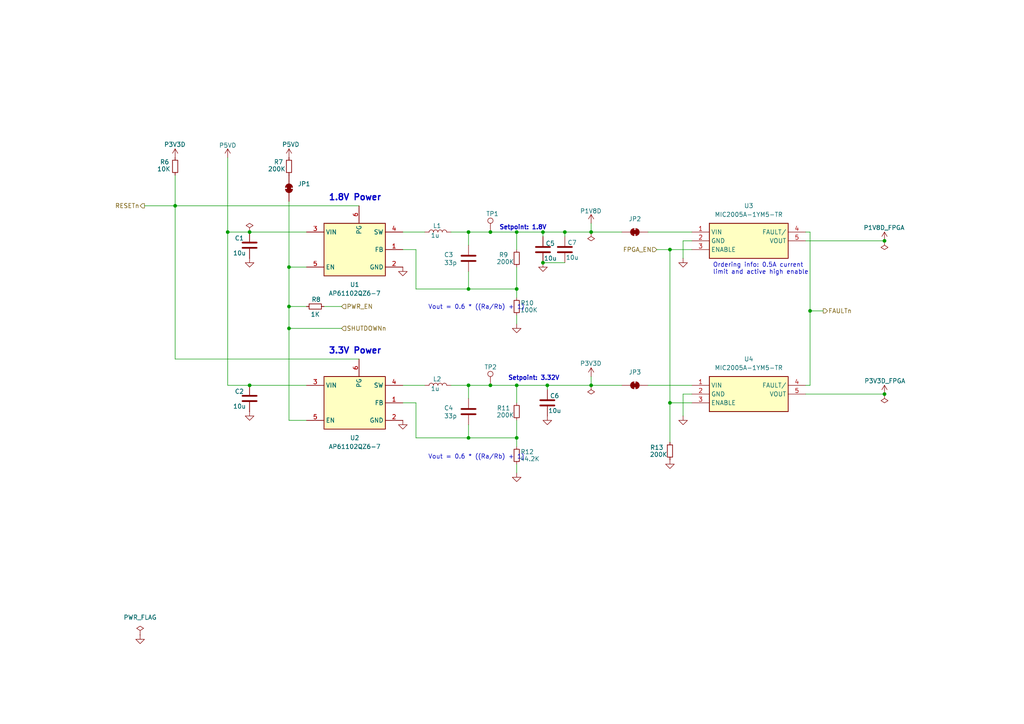
<source format=kicad_sch>
(kicad_sch
	(version 20250114)
	(generator "eeschema")
	(generator_version "9.0")
	(uuid "bc76d55f-e489-42de-b2fa-237f9683c31a")
	(paper "A4")
	(title_block
		(title "SYZYGY MIPI Adapter")
		(rev "0.1")
		(company "tinyVision.ai Inc.")
	)
	(lib_symbols
		(symbol "Connector:TestPoint"
			(pin_numbers
				(hide yes)
			)
			(pin_names
				(offset 0.762)
				(hide yes)
			)
			(exclude_from_sim no)
			(in_bom yes)
			(on_board yes)
			(property "Reference" "TP"
				(at 0 6.858 0)
				(effects
					(font
						(size 1.27 1.27)
					)
				)
			)
			(property "Value" "TestPoint"
				(at 0 5.08 0)
				(effects
					(font
						(size 1.27 1.27)
					)
				)
			)
			(property "Footprint" ""
				(at 5.08 0 0)
				(effects
					(font
						(size 1.27 1.27)
					)
					(hide yes)
				)
			)
			(property "Datasheet" "~"
				(at 5.08 0 0)
				(effects
					(font
						(size 1.27 1.27)
					)
					(hide yes)
				)
			)
			(property "Description" "test point"
				(at 0 0 0)
				(effects
					(font
						(size 1.27 1.27)
					)
					(hide yes)
				)
			)
			(property "ki_keywords" "test point tp"
				(at 0 0 0)
				(effects
					(font
						(size 1.27 1.27)
					)
					(hide yes)
				)
			)
			(property "ki_fp_filters" "Pin* Test*"
				(at 0 0 0)
				(effects
					(font
						(size 1.27 1.27)
					)
					(hide yes)
				)
			)
			(symbol "TestPoint_0_1"
				(circle
					(center 0 3.302)
					(radius 0.762)
					(stroke
						(width 0)
						(type default)
					)
					(fill
						(type none)
					)
				)
			)
			(symbol "TestPoint_1_1"
				(pin passive line
					(at 0 0 90)
					(length 2.54)
					(name "1"
						(effects
							(font
								(size 1.27 1.27)
							)
						)
					)
					(number "1"
						(effects
							(font
								(size 1.27 1.27)
							)
						)
					)
				)
			)
			(embedded_fonts no)
		)
		(symbol "Custom:AP61102QZ6-7"
			(exclude_from_sim no)
			(in_bom yes)
			(on_board yes)
			(property "Reference" "U"
				(at 19.05 7.112 0)
				(effects
					(font
						(size 1.27 1.27)
					)
					(justify left)
				)
			)
			(property "Value" "AP61102QZ6-7"
				(at 19.05 5.08 0)
				(effects
					(font
						(size 1.27 1.27)
					)
					(justify left)
				)
			)
			(property "Footprint" "Package_TO_SOT_SMD:SOT-563"
				(at 15.748 -16.764 0)
				(effects
					(font
						(size 1.27 1.27)
					)
					(hide yes)
				)
			)
			(property "Datasheet" ""
				(at 0 0 0)
				(effects
					(font
						(size 1.27 1.27)
					)
					(hide yes)
				)
			)
			(property "Description" "DC-DC CONV LV BUCK SOT563"
				(at 15.748 -14.732 0)
				(effects
					(font
						(size 1.27 1.27)
					)
					(hide yes)
				)
			)
			(symbol "AP61102QZ6-7_1_0"
				(rectangle
					(start 5.08 2.54)
					(end 22.86 -12.7)
					(stroke
						(width 0.254)
						(type solid)
						(color 128 0 0 1)
					)
					(fill
						(type background)
					)
				)
				(pin power_in line
					(at 0 0 0)
					(length 5.08)
					(name "VIN"
						(effects
							(font
								(size 1.27 1.27)
							)
						)
					)
					(number "3"
						(effects
							(font
								(size 1.27 1.27)
							)
						)
					)
				)
				(pin input line
					(at 0 -10.16 0)
					(length 5.08)
					(name "EN"
						(effects
							(font
								(size 1.27 1.27)
							)
						)
					)
					(number "5"
						(effects
							(font
								(size 1.27 1.27)
							)
						)
					)
				)
				(pin open_collector line
					(at 15.24 7.62 270)
					(length 5.08)
					(name "PG"
						(effects
							(font
								(size 1.27 1.27)
							)
						)
					)
					(number "6"
						(effects
							(font
								(size 1.27 1.27)
							)
						)
					)
				)
				(pin passive line
					(at 27.94 0 180)
					(length 5.08)
					(name "SW"
						(effects
							(font
								(size 1.27 1.27)
							)
						)
					)
					(number "4"
						(effects
							(font
								(size 1.27 1.27)
							)
						)
					)
				)
				(pin passive line
					(at 27.94 -5.08 180)
					(length 5.08)
					(name "FB"
						(effects
							(font
								(size 1.27 1.27)
							)
						)
					)
					(number "1"
						(effects
							(font
								(size 1.27 1.27)
							)
						)
					)
				)
				(pin power_in line
					(at 27.94 -10.16 180)
					(length 5.08)
					(name "GND"
						(effects
							(font
								(size 1.27 1.27)
							)
						)
					)
					(number "2"
						(effects
							(font
								(size 1.27 1.27)
							)
						)
					)
				)
			)
			(embedded_fonts no)
		)
		(symbol "Device:C"
			(pin_numbers
				(hide yes)
			)
			(pin_names
				(offset 0.254)
			)
			(exclude_from_sim no)
			(in_bom yes)
			(on_board yes)
			(property "Reference" "C"
				(at 0.635 2.54 0)
				(effects
					(font
						(size 1.27 1.27)
					)
					(justify left)
				)
			)
			(property "Value" "C"
				(at 0.635 -2.54 0)
				(effects
					(font
						(size 1.27 1.27)
					)
					(justify left)
				)
			)
			(property "Footprint" ""
				(at 0.9652 -3.81 0)
				(effects
					(font
						(size 1.27 1.27)
					)
					(hide yes)
				)
			)
			(property "Datasheet" "~"
				(at 0 0 0)
				(effects
					(font
						(size 1.27 1.27)
					)
					(hide yes)
				)
			)
			(property "Description" "Unpolarized capacitor"
				(at 0 0 0)
				(effects
					(font
						(size 1.27 1.27)
					)
					(hide yes)
				)
			)
			(property "ki_keywords" "cap capacitor"
				(at 0 0 0)
				(effects
					(font
						(size 1.27 1.27)
					)
					(hide yes)
				)
			)
			(property "ki_fp_filters" "C_*"
				(at 0 0 0)
				(effects
					(font
						(size 1.27 1.27)
					)
					(hide yes)
				)
			)
			(symbol "C_0_1"
				(polyline
					(pts
						(xy -2.032 0.762) (xy 2.032 0.762)
					)
					(stroke
						(width 0.508)
						(type default)
					)
					(fill
						(type none)
					)
				)
				(polyline
					(pts
						(xy -2.032 -0.762) (xy 2.032 -0.762)
					)
					(stroke
						(width 0.508)
						(type default)
					)
					(fill
						(type none)
					)
				)
			)
			(symbol "C_1_1"
				(pin passive line
					(at 0 3.81 270)
					(length 2.794)
					(name "~"
						(effects
							(font
								(size 1.27 1.27)
							)
						)
					)
					(number "1"
						(effects
							(font
								(size 1.27 1.27)
							)
						)
					)
				)
				(pin passive line
					(at 0 -3.81 90)
					(length 2.794)
					(name "~"
						(effects
							(font
								(size 1.27 1.27)
							)
						)
					)
					(number "2"
						(effects
							(font
								(size 1.27 1.27)
							)
						)
					)
				)
			)
			(embedded_fonts no)
		)
		(symbol "Device:L"
			(pin_numbers
				(hide yes)
			)
			(pin_names
				(offset 1.016)
				(hide yes)
			)
			(exclude_from_sim no)
			(in_bom yes)
			(on_board yes)
			(property "Reference" "L"
				(at -1.27 0 90)
				(effects
					(font
						(size 1.27 1.27)
					)
				)
			)
			(property "Value" "L"
				(at 1.905 0 90)
				(effects
					(font
						(size 1.27 1.27)
					)
				)
			)
			(property "Footprint" ""
				(at 0 0 0)
				(effects
					(font
						(size 1.27 1.27)
					)
					(hide yes)
				)
			)
			(property "Datasheet" "~"
				(at 0 0 0)
				(effects
					(font
						(size 1.27 1.27)
					)
					(hide yes)
				)
			)
			(property "Description" "Inductor"
				(at 0 0 0)
				(effects
					(font
						(size 1.27 1.27)
					)
					(hide yes)
				)
			)
			(property "ki_keywords" "inductor choke coil reactor magnetic"
				(at 0 0 0)
				(effects
					(font
						(size 1.27 1.27)
					)
					(hide yes)
				)
			)
			(property "ki_fp_filters" "Choke_* *Coil* Inductor_* L_*"
				(at 0 0 0)
				(effects
					(font
						(size 1.27 1.27)
					)
					(hide yes)
				)
			)
			(symbol "L_0_1"
				(arc
					(start 0 2.54)
					(mid 0.6323 1.905)
					(end 0 1.27)
					(stroke
						(width 0)
						(type default)
					)
					(fill
						(type none)
					)
				)
				(arc
					(start 0 1.27)
					(mid 0.6323 0.635)
					(end 0 0)
					(stroke
						(width 0)
						(type default)
					)
					(fill
						(type none)
					)
				)
				(arc
					(start 0 0)
					(mid 0.6323 -0.635)
					(end 0 -1.27)
					(stroke
						(width 0)
						(type default)
					)
					(fill
						(type none)
					)
				)
				(arc
					(start 0 -1.27)
					(mid 0.6323 -1.905)
					(end 0 -2.54)
					(stroke
						(width 0)
						(type default)
					)
					(fill
						(type none)
					)
				)
			)
			(symbol "L_1_1"
				(pin passive line
					(at 0 3.81 270)
					(length 1.27)
					(name "1"
						(effects
							(font
								(size 1.27 1.27)
							)
						)
					)
					(number "1"
						(effects
							(font
								(size 1.27 1.27)
							)
						)
					)
				)
				(pin passive line
					(at 0 -3.81 90)
					(length 1.27)
					(name "2"
						(effects
							(font
								(size 1.27 1.27)
							)
						)
					)
					(number "2"
						(effects
							(font
								(size 1.27 1.27)
							)
						)
					)
				)
			)
			(embedded_fonts no)
		)
		(symbol "Device:R_Small"
			(pin_numbers
				(hide yes)
			)
			(pin_names
				(offset 0.254)
				(hide yes)
			)
			(exclude_from_sim no)
			(in_bom yes)
			(on_board yes)
			(property "Reference" "R"
				(at 0 0 90)
				(effects
					(font
						(size 1.016 1.016)
					)
				)
			)
			(property "Value" "R_Small"
				(at 1.778 0 90)
				(effects
					(font
						(size 1.27 1.27)
					)
				)
			)
			(property "Footprint" ""
				(at 0 0 0)
				(effects
					(font
						(size 1.27 1.27)
					)
					(hide yes)
				)
			)
			(property "Datasheet" "~"
				(at 0 0 0)
				(effects
					(font
						(size 1.27 1.27)
					)
					(hide yes)
				)
			)
			(property "Description" "Resistor, small symbol"
				(at 0 0 0)
				(effects
					(font
						(size 1.27 1.27)
					)
					(hide yes)
				)
			)
			(property "ki_keywords" "R resistor"
				(at 0 0 0)
				(effects
					(font
						(size 1.27 1.27)
					)
					(hide yes)
				)
			)
			(property "ki_fp_filters" "R_*"
				(at 0 0 0)
				(effects
					(font
						(size 1.27 1.27)
					)
					(hide yes)
				)
			)
			(symbol "R_Small_0_1"
				(rectangle
					(start -0.762 1.778)
					(end 0.762 -1.778)
					(stroke
						(width 0.2032)
						(type default)
					)
					(fill
						(type none)
					)
				)
			)
			(symbol "R_Small_1_1"
				(pin passive line
					(at 0 2.54 270)
					(length 0.762)
					(name "~"
						(effects
							(font
								(size 1.27 1.27)
							)
						)
					)
					(number "1"
						(effects
							(font
								(size 1.27 1.27)
							)
						)
					)
				)
				(pin passive line
					(at 0 -2.54 90)
					(length 0.762)
					(name "~"
						(effects
							(font
								(size 1.27 1.27)
							)
						)
					)
					(number "2"
						(effects
							(font
								(size 1.27 1.27)
							)
						)
					)
				)
			)
			(embedded_fonts no)
		)
		(symbol "Jumper:SolderJumper_2_Bridged"
			(pin_numbers
				(hide yes)
			)
			(pin_names
				(offset 0)
				(hide yes)
			)
			(exclude_from_sim no)
			(in_bom no)
			(on_board yes)
			(property "Reference" "JP"
				(at 0 2.032 0)
				(effects
					(font
						(size 1.27 1.27)
					)
				)
			)
			(property "Value" "SolderJumper_2_Bridged"
				(at 0 -2.54 0)
				(effects
					(font
						(size 1.27 1.27)
					)
				)
			)
			(property "Footprint" ""
				(at 0 0 0)
				(effects
					(font
						(size 1.27 1.27)
					)
					(hide yes)
				)
			)
			(property "Datasheet" "~"
				(at 0 0 0)
				(effects
					(font
						(size 1.27 1.27)
					)
					(hide yes)
				)
			)
			(property "Description" "Solder Jumper, 2-pole, closed/bridged"
				(at 0 0 0)
				(effects
					(font
						(size 1.27 1.27)
					)
					(hide yes)
				)
			)
			(property "ki_keywords" "solder jumper SPST"
				(at 0 0 0)
				(effects
					(font
						(size 1.27 1.27)
					)
					(hide yes)
				)
			)
			(property "ki_fp_filters" "SolderJumper*Bridged*"
				(at 0 0 0)
				(effects
					(font
						(size 1.27 1.27)
					)
					(hide yes)
				)
			)
			(symbol "SolderJumper_2_Bridged_0_1"
				(rectangle
					(start -0.508 0.508)
					(end 0.508 -0.508)
					(stroke
						(width 0)
						(type default)
					)
					(fill
						(type outline)
					)
				)
				(polyline
					(pts
						(xy -0.254 1.016) (xy -0.254 -1.016)
					)
					(stroke
						(width 0)
						(type default)
					)
					(fill
						(type none)
					)
				)
				(arc
					(start -0.254 -1.016)
					(mid -1.2656 0)
					(end -0.254 1.016)
					(stroke
						(width 0)
						(type default)
					)
					(fill
						(type none)
					)
				)
				(arc
					(start -0.254 -1.016)
					(mid -1.2656 0)
					(end -0.254 1.016)
					(stroke
						(width 0)
						(type default)
					)
					(fill
						(type outline)
					)
				)
				(arc
					(start 0.254 1.016)
					(mid 1.2656 0)
					(end 0.254 -1.016)
					(stroke
						(width 0)
						(type default)
					)
					(fill
						(type none)
					)
				)
				(arc
					(start 0.254 1.016)
					(mid 1.2656 0)
					(end 0.254 -1.016)
					(stroke
						(width 0)
						(type default)
					)
					(fill
						(type outline)
					)
				)
				(polyline
					(pts
						(xy 0.254 1.016) (xy 0.254 -1.016)
					)
					(stroke
						(width 0)
						(type default)
					)
					(fill
						(type none)
					)
				)
			)
			(symbol "SolderJumper_2_Bridged_1_1"
				(pin passive line
					(at -3.81 0 0)
					(length 2.54)
					(name "A"
						(effects
							(font
								(size 1.27 1.27)
							)
						)
					)
					(number "1"
						(effects
							(font
								(size 1.27 1.27)
							)
						)
					)
				)
				(pin passive line
					(at 3.81 0 180)
					(length 2.54)
					(name "B"
						(effects
							(font
								(size 1.27 1.27)
							)
						)
					)
					(number "2"
						(effects
							(font
								(size 1.27 1.27)
							)
						)
					)
				)
			)
			(embedded_fonts no)
		)
		(symbol "SamacSys:MIC2005A-2YM5-TR"
			(exclude_from_sim no)
			(in_bom yes)
			(on_board yes)
			(property "Reference" "IC"
				(at 29.21 7.62 0)
				(effects
					(font
						(size 1.27 1.27)
					)
					(justify left top)
				)
			)
			(property "Value" "MIC2005A-2YM5-TR"
				(at 29.21 5.08 0)
				(effects
					(font
						(size 1.27 1.27)
					)
					(justify left top)
				)
			)
			(property "Footprint" "SOT95P280X130-5N"
				(at 29.21 -94.92 0)
				(effects
					(font
						(size 1.27 1.27)
					)
					(justify left top)
					(hide yes)
				)
			)
			(property "Datasheet" "https://componentsearchengine.com/Datasheets/1/MIC2005A-2YM5-TR.pdf"
				(at 29.21 -194.92 0)
				(effects
					(font
						(size 1.27 1.27)
					)
					(justify left top)
					(hide yes)
				)
			)
			(property "Description" "Power Switch ICs - Power Distribution Low and Active High Current Limiting, High Side Power Switches"
				(at 0 0 0)
				(effects
					(font
						(size 1.27 1.27)
					)
					(hide yes)
				)
			)
			(property "Height" "1.3"
				(at 29.21 -394.92 0)
				(effects
					(font
						(size 1.27 1.27)
					)
					(justify left top)
					(hide yes)
				)
			)
			(property "Mouser Part Number" "998-MIC2005A-2YM5TR"
				(at 29.21 -494.92 0)
				(effects
					(font
						(size 1.27 1.27)
					)
					(justify left top)
					(hide yes)
				)
			)
			(property "Mouser Price/Stock" "https://www.mouser.co.uk/ProductDetail/Microchip-Technology/MIC2005A-2YM5-TR?qs=Y3Q3JoKAO1TfdQxGPweorg%3D%3D"
				(at 29.21 -594.92 0)
				(effects
					(font
						(size 1.27 1.27)
					)
					(justify left top)
					(hide yes)
				)
			)
			(property "Manufacturer_Name" "Microchip"
				(at 29.21 -694.92 0)
				(effects
					(font
						(size 1.27 1.27)
					)
					(justify left top)
					(hide yes)
				)
			)
			(property "Manufacturer_Part_Number" "MIC2005A-2YM5-TR"
				(at 29.21 -794.92 0)
				(effects
					(font
						(size 1.27 1.27)
					)
					(justify left top)
					(hide yes)
				)
			)
			(symbol "MIC2005A-2YM5-TR_1_1"
				(rectangle
					(start 5.08 2.54)
					(end 27.94 -7.62)
					(stroke
						(width 0.254)
						(type default)
					)
					(fill
						(type background)
					)
				)
				(pin passive line
					(at 0 0 0)
					(length 5.08)
					(name "VIN"
						(effects
							(font
								(size 1.27 1.27)
							)
						)
					)
					(number "1"
						(effects
							(font
								(size 1.27 1.27)
							)
						)
					)
				)
				(pin passive line
					(at 0 -2.54 0)
					(length 5.08)
					(name "GND"
						(effects
							(font
								(size 1.27 1.27)
							)
						)
					)
					(number "2"
						(effects
							(font
								(size 1.27 1.27)
							)
						)
					)
				)
				(pin passive line
					(at 0 -5.08 0)
					(length 5.08)
					(name "ENABLE"
						(effects
							(font
								(size 1.27 1.27)
							)
						)
					)
					(number "3"
						(effects
							(font
								(size 1.27 1.27)
							)
						)
					)
				)
				(pin passive line
					(at 33.02 0 180)
					(length 5.08)
					(name "FAULT/"
						(effects
							(font
								(size 1.27 1.27)
							)
						)
					)
					(number "4"
						(effects
							(font
								(size 1.27 1.27)
							)
						)
					)
				)
				(pin passive line
					(at 33.02 -2.54 180)
					(length 5.08)
					(name "VOUT"
						(effects
							(font
								(size 1.27 1.27)
							)
						)
					)
					(number "5"
						(effects
							(font
								(size 1.27 1.27)
							)
						)
					)
				)
			)
			(embedded_fonts no)
		)
		(symbol "power:GND"
			(power)
			(pin_numbers
				(hide yes)
			)
			(pin_names
				(offset 0)
				(hide yes)
			)
			(exclude_from_sim no)
			(in_bom yes)
			(on_board yes)
			(property "Reference" "#PWR"
				(at 0 -6.35 0)
				(effects
					(font
						(size 1.27 1.27)
					)
					(hide yes)
				)
			)
			(property "Value" "GND"
				(at 0 -3.81 0)
				(effects
					(font
						(size 1.27 1.27)
					)
				)
			)
			(property "Footprint" ""
				(at 0 0 0)
				(effects
					(font
						(size 1.27 1.27)
					)
					(hide yes)
				)
			)
			(property "Datasheet" ""
				(at 0 0 0)
				(effects
					(font
						(size 1.27 1.27)
					)
					(hide yes)
				)
			)
			(property "Description" "Power symbol creates a global label with name \"GND\" , ground"
				(at 0 0 0)
				(effects
					(font
						(size 1.27 1.27)
					)
					(hide yes)
				)
			)
			(property "ki_keywords" "global power"
				(at 0 0 0)
				(effects
					(font
						(size 1.27 1.27)
					)
					(hide yes)
				)
			)
			(symbol "GND_0_1"
				(polyline
					(pts
						(xy 0 0) (xy 0 -1.27) (xy 1.27 -1.27) (xy 0 -2.54) (xy -1.27 -1.27) (xy 0 -1.27)
					)
					(stroke
						(width 0)
						(type default)
					)
					(fill
						(type none)
					)
				)
			)
			(symbol "GND_1_1"
				(pin power_in line
					(at 0 0 270)
					(length 0)
					(name "~"
						(effects
							(font
								(size 1.27 1.27)
							)
						)
					)
					(number "1"
						(effects
							(font
								(size 1.27 1.27)
							)
						)
					)
				)
			)
			(embedded_fonts no)
		)
		(symbol "power:PWR_FLAG"
			(power)
			(pin_numbers
				(hide yes)
			)
			(pin_names
				(offset 0)
				(hide yes)
			)
			(exclude_from_sim no)
			(in_bom yes)
			(on_board yes)
			(property "Reference" "#FLG"
				(at 0 1.905 0)
				(effects
					(font
						(size 1.27 1.27)
					)
					(hide yes)
				)
			)
			(property "Value" "PWR_FLAG"
				(at 0 3.81 0)
				(effects
					(font
						(size 1.27 1.27)
					)
				)
			)
			(property "Footprint" ""
				(at 0 0 0)
				(effects
					(font
						(size 1.27 1.27)
					)
					(hide yes)
				)
			)
			(property "Datasheet" "~"
				(at 0 0 0)
				(effects
					(font
						(size 1.27 1.27)
					)
					(hide yes)
				)
			)
			(property "Description" "Special symbol for telling ERC where power comes from"
				(at 0 0 0)
				(effects
					(font
						(size 1.27 1.27)
					)
					(hide yes)
				)
			)
			(property "ki_keywords" "flag power"
				(at 0 0 0)
				(effects
					(font
						(size 1.27 1.27)
					)
					(hide yes)
				)
			)
			(symbol "PWR_FLAG_0_0"
				(pin power_out line
					(at 0 0 90)
					(length 0)
					(name "~"
						(effects
							(font
								(size 1.27 1.27)
							)
						)
					)
					(number "1"
						(effects
							(font
								(size 1.27 1.27)
							)
						)
					)
				)
			)
			(symbol "PWR_FLAG_0_1"
				(polyline
					(pts
						(xy 0 0) (xy 0 1.27) (xy -1.016 1.905) (xy 0 2.54) (xy 1.016 1.905) (xy 0 1.27)
					)
					(stroke
						(width 0)
						(type default)
					)
					(fill
						(type none)
					)
				)
			)
			(embedded_fonts no)
		)
		(symbol "power:VCC"
			(power)
			(pin_numbers
				(hide yes)
			)
			(pin_names
				(offset 0)
				(hide yes)
			)
			(exclude_from_sim no)
			(in_bom yes)
			(on_board yes)
			(property "Reference" "#PWR"
				(at 0 -3.81 0)
				(effects
					(font
						(size 1.27 1.27)
					)
					(hide yes)
				)
			)
			(property "Value" "VCC"
				(at 0 3.556 0)
				(effects
					(font
						(size 1.27 1.27)
					)
				)
			)
			(property "Footprint" ""
				(at 0 0 0)
				(effects
					(font
						(size 1.27 1.27)
					)
					(hide yes)
				)
			)
			(property "Datasheet" ""
				(at 0 0 0)
				(effects
					(font
						(size 1.27 1.27)
					)
					(hide yes)
				)
			)
			(property "Description" "Power symbol creates a global label with name \"VCC\""
				(at 0 0 0)
				(effects
					(font
						(size 1.27 1.27)
					)
					(hide yes)
				)
			)
			(property "ki_keywords" "global power"
				(at 0 0 0)
				(effects
					(font
						(size 1.27 1.27)
					)
					(hide yes)
				)
			)
			(symbol "VCC_0_1"
				(polyline
					(pts
						(xy -0.762 1.27) (xy 0 2.54)
					)
					(stroke
						(width 0)
						(type default)
					)
					(fill
						(type none)
					)
				)
				(polyline
					(pts
						(xy 0 2.54) (xy 0.762 1.27)
					)
					(stroke
						(width 0)
						(type default)
					)
					(fill
						(type none)
					)
				)
				(polyline
					(pts
						(xy 0 0) (xy 0 2.54)
					)
					(stroke
						(width 0)
						(type default)
					)
					(fill
						(type none)
					)
				)
			)
			(symbol "VCC_1_1"
				(pin power_in line
					(at 0 0 90)
					(length 0)
					(name "~"
						(effects
							(font
								(size 1.27 1.27)
							)
						)
					)
					(number "1"
						(effects
							(font
								(size 1.27 1.27)
							)
						)
					)
				)
			)
			(embedded_fonts no)
		)
	)
	(text "Vout = 0.6 * ((Ra/Rb) + 1)"
		(exclude_from_sim no)
		(at 138.176 89.154 0)
		(effects
			(font
				(size 1.27 1.27)
			)
		)
		(uuid "0273a31b-b36c-4079-869c-e527e65384a9")
	)
	(text "Setpoint: 3.32V"
		(exclude_from_sim no)
		(at 147.32 110.49 0)
		(effects
			(font
				(size 1.27 1.27)
				(bold yes)
			)
			(justify left bottom)
		)
		(uuid "39405aae-6911-4d7a-b229-9bee90e3b410")
	)
	(text "1.8V Power"
		(exclude_from_sim no)
		(at 95.25 58.42 0)
		(effects
			(font
				(size 1.778 1.778)
				(bold yes)
			)
			(justify left bottom)
		)
		(uuid "79d642b9-ee57-49ec-9f81-d5013b9eaef1")
	)
	(text "3.3V Power"
		(exclude_from_sim no)
		(at 95.25 102.87 0)
		(effects
			(font
				(size 1.778 1.778)
				(bold yes)
			)
			(justify left bottom)
		)
		(uuid "8bc82ddd-b2eb-41eb-9cc7-d44c5b33bf83")
	)
	(text "Setpoint: 1.8V"
		(exclude_from_sim no)
		(at 144.78 66.802 0)
		(effects
			(font
				(size 1.27 1.27)
				(bold yes)
			)
			(justify left bottom)
		)
		(uuid "930cd12a-4e29-40d0-8893-372551fff1b1")
	)
	(text "Vout = 0.6 * ((Ra/Rb) + 1)"
		(exclude_from_sim no)
		(at 138.176 132.588 0)
		(effects
			(font
				(size 1.27 1.27)
			)
		)
		(uuid "ca5e8cd9-b0bc-4921-9627-a3c66dd00375")
	)
	(text "Ordering info: 0.5A current\nlimit and active high enable"
		(exclude_from_sim no)
		(at 206.756 77.978 0)
		(effects
			(font
				(size 1.27 1.27)
			)
			(justify left)
		)
		(uuid "cda69ad5-beee-47ef-8209-b3e54c40fb18")
	)
	(junction
		(at 158.75 111.76)
		(diameter 0)
		(color 0 0 0 0)
		(uuid "015ab411-199b-4500-91ef-cf2489e68672")
	)
	(junction
		(at 256.54 69.85)
		(diameter 0)
		(color 0 0 0 0)
		(uuid "017857f2-ed53-44df-9a0e-826c8251a69d")
	)
	(junction
		(at 83.82 88.9)
		(diameter 0)
		(color 0 0 0 0)
		(uuid "065f3ea7-ada8-470d-98b9-c011aba2f390")
	)
	(junction
		(at 171.45 67.31)
		(diameter 0)
		(color 0 0 0 0)
		(uuid "15912919-6ea8-42ad-a712-a4faacba6fea")
	)
	(junction
		(at 171.45 111.76)
		(diameter 0)
		(color 0 0 0 0)
		(uuid "196008c2-eaca-4a7e-8f12-d60e8feb79b8")
	)
	(junction
		(at 83.82 77.47)
		(diameter 0)
		(color 0 0 0 0)
		(uuid "32850b00-256b-4073-ae73-da4aacf71643")
	)
	(junction
		(at 234.95 90.17)
		(diameter 0)
		(color 0 0 0 0)
		(uuid "43551bb6-93d7-4aa2-92e8-4c6738540729")
	)
	(junction
		(at 135.89 111.76)
		(diameter 0)
		(color 0 0 0 0)
		(uuid "45f09f46-7fed-4d63-9785-655f77b482fd")
	)
	(junction
		(at 66.04 67.31)
		(diameter 0)
		(color 0 0 0 0)
		(uuid "46a9324a-a7ce-4301-bf17-497182f56531")
	)
	(junction
		(at 142.24 67.31)
		(diameter 0)
		(color 0 0 0 0)
		(uuid "4e7058bb-1a85-4f9c-8fde-54b4e732726d")
	)
	(junction
		(at 72.39 67.31)
		(diameter 0)
		(color 0 0 0 0)
		(uuid "4ec0d6e7-6107-43bf-904f-aa4b79bb013e")
	)
	(junction
		(at 135.89 67.31)
		(diameter 0)
		(color 0 0 0 0)
		(uuid "4ed98944-1f47-4b3b-98f9-4260b2b19e85")
	)
	(junction
		(at 135.89 127)
		(diameter 0)
		(color 0 0 0 0)
		(uuid "5565fcc5-f751-4043-a725-46ba3cce572b")
	)
	(junction
		(at 157.48 76.2)
		(diameter 0)
		(color 0 0 0 0)
		(uuid "5aa26322-dfab-47a0-aee5-9d04a26700a9")
	)
	(junction
		(at 194.31 116.84)
		(diameter 0)
		(color 0 0 0 0)
		(uuid "661a3e43-f270-4fb0-a49e-01b62951988f")
	)
	(junction
		(at 149.86 111.76)
		(diameter 0)
		(color 0 0 0 0)
		(uuid "7dc55167-2bb5-4fbb-8fb9-0fa485498670")
	)
	(junction
		(at 149.86 67.31)
		(diameter 0)
		(color 0 0 0 0)
		(uuid "7f3b2c65-9c76-4f8e-913a-f3ab7b476abd")
	)
	(junction
		(at 135.89 83.82)
		(diameter 0)
		(color 0 0 0 0)
		(uuid "81e89fd6-154b-47fd-b8dd-782531edcc7c")
	)
	(junction
		(at 194.31 72.39)
		(diameter 0)
		(color 0 0 0 0)
		(uuid "a1a58721-0387-42b4-99e0-fd252590ff9e")
	)
	(junction
		(at 149.86 83.82)
		(diameter 0)
		(color 0 0 0 0)
		(uuid "a6476a42-cee7-44d6-9f0b-240beb73c810")
	)
	(junction
		(at 72.39 111.76)
		(diameter 0)
		(color 0 0 0 0)
		(uuid "a851ade7-17d7-4282-9b7e-0145a2dc2f92")
	)
	(junction
		(at 83.82 95.25)
		(diameter 0)
		(color 0 0 0 0)
		(uuid "abb22e63-64f3-4dd9-be67-9ba3afad107c")
	)
	(junction
		(at 163.83 67.31)
		(diameter 0)
		(color 0 0 0 0)
		(uuid "b0917917-b543-496f-9a64-2ff73cfeae16")
	)
	(junction
		(at 149.86 127)
		(diameter 0)
		(color 0 0 0 0)
		(uuid "c4da09b6-6727-4d54-9daf-77f0d07b037e")
	)
	(junction
		(at 157.48 67.31)
		(diameter 0)
		(color 0 0 0 0)
		(uuid "ca7228ca-aae3-455e-a252-bb09343384f7")
	)
	(junction
		(at 256.54 114.3)
		(diameter 0)
		(color 0 0 0 0)
		(uuid "cc6a68eb-d769-419e-b392-840b7cbeb4f3")
	)
	(junction
		(at 50.8 59.69)
		(diameter 0)
		(color 0 0 0 0)
		(uuid "e2615eee-ec2c-4841-955e-af08959590df")
	)
	(junction
		(at 142.24 111.76)
		(diameter 0)
		(color 0 0 0 0)
		(uuid "e601751f-697d-493f-a5c4-11f4903f2794")
	)
	(wire
		(pts
			(xy 120.65 116.84) (xy 120.65 127)
		)
		(stroke
			(width 0)
			(type default)
		)
		(uuid "0072ba48-eb17-4d7a-ba3f-78bb86a8d047")
	)
	(wire
		(pts
			(xy 83.82 88.9) (xy 83.82 95.25)
		)
		(stroke
			(width 0)
			(type default)
		)
		(uuid "0187490d-d729-4330-ac22-d3861c31889e")
	)
	(wire
		(pts
			(xy 200.66 69.85) (xy 198.12 69.85)
		)
		(stroke
			(width 0)
			(type default)
		)
		(uuid "0263d69e-1123-4a39-94c4-1e779defdf80")
	)
	(wire
		(pts
			(xy 93.98 88.9) (xy 99.06 88.9)
		)
		(stroke
			(width 0)
			(type default)
		)
		(uuid "02cc4273-b915-4af5-b1d9-9941dd4ce37b")
	)
	(wire
		(pts
			(xy 116.84 116.84) (xy 120.65 116.84)
		)
		(stroke
			(width 0)
			(type default)
		)
		(uuid "05bfcc22-b6b5-438c-a290-cb488828bc4f")
	)
	(wire
		(pts
			(xy 194.31 116.84) (xy 194.31 128.27)
		)
		(stroke
			(width 0)
			(type default)
		)
		(uuid "068cc166-6acf-4966-b9b3-cda73be3b695")
	)
	(wire
		(pts
			(xy 135.89 111.76) (xy 142.24 111.76)
		)
		(stroke
			(width 0)
			(type default)
		)
		(uuid "0c2aa3f7-e8b8-4b46-97df-87b3922b42e1")
	)
	(wire
		(pts
			(xy 171.45 109.22) (xy 171.45 111.76)
		)
		(stroke
			(width 0)
			(type default)
		)
		(uuid "0cad5e71-2383-47e6-84fa-01f069fc6105")
	)
	(wire
		(pts
			(xy 142.24 111.76) (xy 149.86 111.76)
		)
		(stroke
			(width 0)
			(type default)
		)
		(uuid "12581167-8d2c-4e55-ac89-0976c5440b49")
	)
	(wire
		(pts
			(xy 149.86 67.31) (xy 149.86 72.39)
		)
		(stroke
			(width 0)
			(type default)
		)
		(uuid "131e8c01-b14b-4687-82aa-d1eb74f7df7f")
	)
	(wire
		(pts
			(xy 171.45 64.77) (xy 171.45 67.31)
		)
		(stroke
			(width 0)
			(type default)
		)
		(uuid "154ab708-60fa-4604-87e6-aeb47fcdac68")
	)
	(wire
		(pts
			(xy 66.04 67.31) (xy 66.04 111.76)
		)
		(stroke
			(width 0)
			(type default)
		)
		(uuid "15f3cc25-a42b-437b-97d8-3bdb35cd8130")
	)
	(wire
		(pts
			(xy 149.86 67.31) (xy 157.48 67.31)
		)
		(stroke
			(width 0)
			(type default)
		)
		(uuid "17a0eb4c-26b6-457e-abad-5afafa8928a3")
	)
	(wire
		(pts
			(xy 163.83 67.31) (xy 163.83 68.58)
		)
		(stroke
			(width 0)
			(type default)
		)
		(uuid "19e131d5-4923-407e-8c57-e91ba7294529")
	)
	(wire
		(pts
			(xy 200.66 114.3) (xy 198.12 114.3)
		)
		(stroke
			(width 0)
			(type default)
		)
		(uuid "1e4e435f-10bf-44f1-96b9-2d425a0e57ac")
	)
	(wire
		(pts
			(xy 198.12 114.3) (xy 198.12 120.65)
		)
		(stroke
			(width 0)
			(type default)
		)
		(uuid "253519a7-c7a6-417e-852d-a439d082094e")
	)
	(wire
		(pts
			(xy 130.81 111.76) (xy 135.89 111.76)
		)
		(stroke
			(width 0)
			(type default)
		)
		(uuid "257f766e-cce1-44cd-a4e6-56cf8e738329")
	)
	(wire
		(pts
			(xy 158.75 111.76) (xy 171.45 111.76)
		)
		(stroke
			(width 0)
			(type default)
		)
		(uuid "2c5b6867-f2b2-46da-9b3a-0076949b7842")
	)
	(wire
		(pts
			(xy 116.84 72.39) (xy 120.65 72.39)
		)
		(stroke
			(width 0)
			(type default)
		)
		(uuid "2ddb70f9-40d3-4871-8194-1360042726f9")
	)
	(wire
		(pts
			(xy 72.39 67.31) (xy 88.9 67.31)
		)
		(stroke
			(width 0)
			(type default)
		)
		(uuid "2f8a0893-310f-4f41-86cb-e6b34710cd7b")
	)
	(wire
		(pts
			(xy 50.8 59.69) (xy 50.8 104.14)
		)
		(stroke
			(width 0)
			(type default)
		)
		(uuid "2fd43815-71f1-4b36-a8f5-ea4758ba0913")
	)
	(wire
		(pts
			(xy 83.82 95.25) (xy 99.06 95.25)
		)
		(stroke
			(width 0)
			(type default)
		)
		(uuid "3062636a-b696-4c79-af91-8758b289878b")
	)
	(wire
		(pts
			(xy 149.86 77.47) (xy 149.86 83.82)
		)
		(stroke
			(width 0)
			(type default)
		)
		(uuid "30630a66-427f-487e-bc4f-46b9fa8a2ff5")
	)
	(wire
		(pts
			(xy 171.45 111.76) (xy 180.34 111.76)
		)
		(stroke
			(width 0)
			(type default)
		)
		(uuid "32a1afd5-00f3-44a8-b7e9-17f9aa4c7ac9")
	)
	(wire
		(pts
			(xy 135.89 123.19) (xy 135.89 127)
		)
		(stroke
			(width 0)
			(type default)
		)
		(uuid "388690fa-1b44-457f-9f67-d5fa28722cd9")
	)
	(wire
		(pts
			(xy 83.82 95.25) (xy 83.82 121.92)
		)
		(stroke
			(width 0)
			(type default)
		)
		(uuid "3e4fa581-1801-448f-b563-16ee730037d5")
	)
	(wire
		(pts
			(xy 234.95 90.17) (xy 234.95 111.76)
		)
		(stroke
			(width 0)
			(type default)
		)
		(uuid "3f47733b-312d-4714-9568-83a8e1fcc988")
	)
	(wire
		(pts
			(xy 149.86 127) (xy 149.86 129.54)
		)
		(stroke
			(width 0)
			(type default)
		)
		(uuid "4312f435-d246-4163-8bf9-17bf79b60da3")
	)
	(wire
		(pts
			(xy 135.89 83.82) (xy 149.86 83.82)
		)
		(stroke
			(width 0)
			(type default)
		)
		(uuid "44579ca5-a7ea-4118-9478-ad7a512120f0")
	)
	(wire
		(pts
			(xy 104.14 104.14) (xy 50.8 104.14)
		)
		(stroke
			(width 0)
			(type default)
		)
		(uuid "48d6ce30-295d-4eda-9a72-21ef0673812d")
	)
	(wire
		(pts
			(xy 157.48 76.2) (xy 163.83 76.2)
		)
		(stroke
			(width 0)
			(type default)
		)
		(uuid "48fb8d05-2389-47a9-bbca-f0b3b380057e")
	)
	(wire
		(pts
			(xy 190.5 72.39) (xy 194.31 72.39)
		)
		(stroke
			(width 0)
			(type default)
		)
		(uuid "4fdd73ee-9437-4244-8cac-0c3c41d6eb11")
	)
	(wire
		(pts
			(xy 135.89 67.31) (xy 142.24 67.31)
		)
		(stroke
			(width 0)
			(type default)
		)
		(uuid "58f1d101-12ad-4cbd-90d5-0a748e7dfec7")
	)
	(wire
		(pts
			(xy 66.04 67.31) (xy 72.39 67.31)
		)
		(stroke
			(width 0)
			(type default)
		)
		(uuid "5974b463-531e-44ef-880b-1373907350c8")
	)
	(wire
		(pts
			(xy 149.86 134.62) (xy 149.86 137.16)
		)
		(stroke
			(width 0)
			(type default)
		)
		(uuid "5d12eb8e-52d6-4757-abb4-32dd7e0d6cb9")
	)
	(wire
		(pts
			(xy 72.39 111.76) (xy 88.9 111.76)
		)
		(stroke
			(width 0)
			(type default)
		)
		(uuid "5eca86bc-f53e-4f22-a365-3217a9c17ed9")
	)
	(wire
		(pts
			(xy 157.48 67.31) (xy 163.83 67.31)
		)
		(stroke
			(width 0)
			(type default)
		)
		(uuid "5f02b7c8-a94e-4e6d-a1d5-8cdce349145d")
	)
	(wire
		(pts
			(xy 120.65 83.82) (xy 135.89 83.82)
		)
		(stroke
			(width 0)
			(type default)
		)
		(uuid "64f543d4-9a36-466c-88ac-46f53084c652")
	)
	(wire
		(pts
			(xy 163.83 67.31) (xy 171.45 67.31)
		)
		(stroke
			(width 0)
			(type default)
		)
		(uuid "6732d557-f7fe-4e33-b429-a5fe0e045c13")
	)
	(wire
		(pts
			(xy 50.8 50.8) (xy 50.8 59.69)
		)
		(stroke
			(width 0)
			(type default)
		)
		(uuid "6d7ce8c7-692e-4950-a7b0-223ce248e642")
	)
	(wire
		(pts
			(xy 149.86 91.44) (xy 149.86 93.98)
		)
		(stroke
			(width 0)
			(type default)
		)
		(uuid "6d8ff5aa-c1c0-40f4-b718-eebc5e182d38")
	)
	(wire
		(pts
			(xy 187.96 67.31) (xy 200.66 67.31)
		)
		(stroke
			(width 0)
			(type default)
		)
		(uuid "713c18ea-11b2-4b07-a9c0-6c04d04142b8")
	)
	(wire
		(pts
			(xy 83.82 121.92) (xy 88.9 121.92)
		)
		(stroke
			(width 0)
			(type default)
		)
		(uuid "75202fd4-07db-454c-aa09-9594061cbbb9")
	)
	(wire
		(pts
			(xy 116.84 67.31) (xy 123.19 67.31)
		)
		(stroke
			(width 0)
			(type default)
		)
		(uuid "7f1f1e34-e57c-4543-86f9-6cbbed8aafac")
	)
	(wire
		(pts
			(xy 234.95 90.17) (xy 238.76 90.17)
		)
		(stroke
			(width 0)
			(type default)
		)
		(uuid "7fd6549f-0a0d-4582-aa0f-f5a913fa9271")
	)
	(wire
		(pts
			(xy 83.82 77.47) (xy 83.82 88.9)
		)
		(stroke
			(width 0)
			(type default)
		)
		(uuid "8156d5b0-a858-4df6-960f-da3b0fe76590")
	)
	(wire
		(pts
			(xy 50.8 59.69) (xy 104.14 59.69)
		)
		(stroke
			(width 0)
			(type default)
		)
		(uuid "879cfdf6-670b-4397-aa09-62341bc2bf35")
	)
	(wire
		(pts
			(xy 116.84 111.76) (xy 123.19 111.76)
		)
		(stroke
			(width 0)
			(type default)
		)
		(uuid "8b1464dc-b422-4df5-88f4-c8fa42b64e74")
	)
	(wire
		(pts
			(xy 149.86 111.76) (xy 149.86 116.84)
		)
		(stroke
			(width 0)
			(type default)
		)
		(uuid "929ffc91-b063-4bf5-96c7-69035852213d")
	)
	(wire
		(pts
			(xy 83.82 88.9) (xy 88.9 88.9)
		)
		(stroke
			(width 0)
			(type default)
		)
		(uuid "942cc1ed-bb72-4041-8780-4b8eac0e50e9")
	)
	(wire
		(pts
			(xy 66.04 45.72) (xy 66.04 67.31)
		)
		(stroke
			(width 0)
			(type default)
		)
		(uuid "9545c96d-5675-4284-a520-9ecd94377fd6")
	)
	(wire
		(pts
			(xy 66.04 111.76) (xy 72.39 111.76)
		)
		(stroke
			(width 0)
			(type default)
		)
		(uuid "9e8653e3-43c7-4796-99c3-2e06324dca64")
	)
	(wire
		(pts
			(xy 158.75 111.76) (xy 158.75 113.03)
		)
		(stroke
			(width 0)
			(type default)
		)
		(uuid "9ee7b402-6380-4695-af67-aae25f41214f")
	)
	(wire
		(pts
			(xy 120.65 127) (xy 135.89 127)
		)
		(stroke
			(width 0)
			(type default)
		)
		(uuid "a4c0873e-1ed3-4991-812a-8effb4da2a43")
	)
	(wire
		(pts
			(xy 120.65 72.39) (xy 120.65 83.82)
		)
		(stroke
			(width 0)
			(type default)
		)
		(uuid "abb762a8-0f6c-49d7-a57f-4062e5ae2ceb")
	)
	(wire
		(pts
			(xy 149.86 83.82) (xy 149.86 86.36)
		)
		(stroke
			(width 0)
			(type default)
		)
		(uuid "b0f93c99-02f7-4021-8711-460e968aa5d2")
	)
	(wire
		(pts
			(xy 149.86 111.76) (xy 158.75 111.76)
		)
		(stroke
			(width 0)
			(type default)
		)
		(uuid "b39e1902-9e92-4158-83ae-0e04fdb72963")
	)
	(wire
		(pts
			(xy 83.82 58.42) (xy 83.82 77.47)
		)
		(stroke
			(width 0)
			(type default)
		)
		(uuid "b73348cc-4b61-4b48-a670-292c215c683c")
	)
	(wire
		(pts
			(xy 135.89 78.74) (xy 135.89 83.82)
		)
		(stroke
			(width 0)
			(type default)
		)
		(uuid "b9adc46d-a177-4ab1-b121-abcaeff6f25e")
	)
	(wire
		(pts
			(xy 198.12 69.85) (xy 198.12 74.93)
		)
		(stroke
			(width 0)
			(type default)
		)
		(uuid "c559436b-7778-4192-a55e-ed3b09a82d69")
	)
	(wire
		(pts
			(xy 135.89 127) (xy 149.86 127)
		)
		(stroke
			(width 0)
			(type default)
		)
		(uuid "c8d452a6-4f5a-477d-8ceb-ab14607b054b")
	)
	(wire
		(pts
			(xy 194.31 72.39) (xy 200.66 72.39)
		)
		(stroke
			(width 0)
			(type default)
		)
		(uuid "c9cb6d15-3e9a-43ee-9f0c-cb614a65ac6b")
	)
	(wire
		(pts
			(xy 233.68 114.3) (xy 256.54 114.3)
		)
		(stroke
			(width 0)
			(type default)
		)
		(uuid "cd499783-6c99-4dd8-b2aa-1265742ee469")
	)
	(wire
		(pts
			(xy 233.68 67.31) (xy 234.95 67.31)
		)
		(stroke
			(width 0)
			(type default)
		)
		(uuid "cd8f5bf9-52cc-4116-ba02-1b16924bab74")
	)
	(wire
		(pts
			(xy 171.45 67.31) (xy 180.34 67.31)
		)
		(stroke
			(width 0)
			(type default)
		)
		(uuid "ceed8b92-8bad-4deb-a161-131ba79175ea")
	)
	(wire
		(pts
			(xy 234.95 67.31) (xy 234.95 90.17)
		)
		(stroke
			(width 0)
			(type default)
		)
		(uuid "d48efe1f-928c-4077-9ed6-8581571bd81f")
	)
	(wire
		(pts
			(xy 142.24 67.31) (xy 149.86 67.31)
		)
		(stroke
			(width 0)
			(type default)
		)
		(uuid "de1f6ae4-4ff1-408d-8ca2-eb926249bdaa")
	)
	(wire
		(pts
			(xy 135.89 111.76) (xy 135.89 115.57)
		)
		(stroke
			(width 0)
			(type default)
		)
		(uuid "de7b7aec-b41d-4ff4-b0bf-a6ec3d111fe9")
	)
	(wire
		(pts
			(xy 200.66 116.84) (xy 194.31 116.84)
		)
		(stroke
			(width 0)
			(type default)
		)
		(uuid "e081c613-e9a9-4265-a7cf-94ee246b2118")
	)
	(wire
		(pts
			(xy 194.31 116.84) (xy 194.31 72.39)
		)
		(stroke
			(width 0)
			(type default)
		)
		(uuid "e0d6a2a6-4336-4757-82c3-10b1ccbdba8a")
	)
	(wire
		(pts
			(xy 135.89 67.31) (xy 135.89 71.12)
		)
		(stroke
			(width 0)
			(type default)
		)
		(uuid "e1ad7c88-1871-4cdc-b418-b6408a544a66")
	)
	(wire
		(pts
			(xy 187.96 111.76) (xy 200.66 111.76)
		)
		(stroke
			(width 0)
			(type default)
		)
		(uuid "e27614b4-6954-452d-a851-f2cb993354b3")
	)
	(wire
		(pts
			(xy 83.82 77.47) (xy 88.9 77.47)
		)
		(stroke
			(width 0)
			(type default)
		)
		(uuid "e643b0af-5f28-4dce-a913-ef9937129010")
	)
	(wire
		(pts
			(xy 233.68 111.76) (xy 234.95 111.76)
		)
		(stroke
			(width 0)
			(type default)
		)
		(uuid "e948a101-ef4d-456f-8648-b4233039a8b0")
	)
	(wire
		(pts
			(xy 157.48 67.31) (xy 157.48 68.58)
		)
		(stroke
			(width 0)
			(type default)
		)
		(uuid "f02e06c0-3456-43df-ab79-cbc2d63bae72")
	)
	(wire
		(pts
			(xy 233.68 69.85) (xy 256.54 69.85)
		)
		(stroke
			(width 0)
			(type default)
		)
		(uuid "f8c1e0ab-c78a-4116-842b-469a8856cd6e")
	)
	(wire
		(pts
			(xy 41.91 59.69) (xy 50.8 59.69)
		)
		(stroke
			(width 0)
			(type default)
		)
		(uuid "fa802de0-1262-4be8-91fa-8667b6b3ebf6")
	)
	(wire
		(pts
			(xy 149.86 121.92) (xy 149.86 127)
		)
		(stroke
			(width 0)
			(type default)
		)
		(uuid "faf198fb-e161-42a5-ab42-0b9f0c14ea56")
	)
	(wire
		(pts
			(xy 130.81 67.31) (xy 135.89 67.31)
		)
		(stroke
			(width 0)
			(type default)
		)
		(uuid "fe4f9400-82fc-4b18-880f-eb9b5d1ddc86")
	)
	(hierarchical_label "PWR_EN"
		(shape input)
		(at 99.06 88.9 0)
		(effects
			(font
				(size 1.27 1.27)
			)
			(justify left)
		)
		(uuid "2e245a0d-0b8c-438f-ab4c-a592a34c5f84")
	)
	(hierarchical_label "RESETn"
		(shape output)
		(at 41.91 59.69 180)
		(effects
			(font
				(size 1.27 1.27)
			)
			(justify right)
		)
		(uuid "b2defa6b-1865-4be1-ab83-afcbd8b868db")
	)
	(hierarchical_label "FAULTn"
		(shape output)
		(at 238.76 90.17 0)
		(effects
			(font
				(size 1.27 1.27)
			)
			(justify left)
		)
		(uuid "beffcad3-f496-4555-b033-2b6c4165e9d4")
	)
	(hierarchical_label "FPGA_EN"
		(shape input)
		(at 190.5 72.39 180)
		(effects
			(font
				(size 1.27 1.27)
			)
			(justify right)
		)
		(uuid "e82a859d-3428-4c6c-b221-94055638aede")
	)
	(hierarchical_label "SHUTDOWNn"
		(shape input)
		(at 99.06 95.25 0)
		(effects
			(font
				(size 1.27 1.27)
			)
			(justify left)
		)
		(uuid "eff0abd0-00c8-4302-a23c-6263a281b2ed")
	)
	(symbol
		(lib_id "power:VCC")
		(at 83.82 45.72 0)
		(unit 1)
		(exclude_from_sim no)
		(in_bom yes)
		(on_board yes)
		(dnp no)
		(uuid "0a7b8c4b-3f02-4c64-a915-8eb032af5f56")
		(property "Reference" "#PWR07"
			(at 83.82 45.72 0)
			(effects
				(font
					(size 1.27 1.27)
				)
				(hide yes)
			)
		)
		(property "Value" "P5VD"
			(at 86.868 41.91 0)
			(effects
				(font
					(size 1.27 1.27)
				)
				(justify right)
			)
		)
		(property "Footprint" ""
			(at 83.82 45.72 0)
			(effects
				(font
					(size 1.27 1.27)
				)
				(hide yes)
			)
		)
		(property "Datasheet" ""
			(at 83.82 45.72 0)
			(effects
				(font
					(size 1.27 1.27)
				)
				(hide yes)
			)
		)
		(property "Description" "Power symbol creates a global label with name \"VCC\""
			(at 83.82 45.72 0)
			(effects
				(font
					(size 1.27 1.27)
				)
				(hide yes)
			)
		)
		(pin "1"
			(uuid "0fa62839-e861-4715-83cd-a4106817645b")
		)
		(instances
			(project "pico2-nx"
				(path "/b75d5d5b-a423-49b6-bf7a-b3510d05dcb9/259c5351-60de-47b4-bd20-37b3e3d7393a"
					(reference "#PWR07")
					(unit 1)
				)
			)
		)
	)
	(symbol
		(lib_id "Device:C")
		(at 157.48 72.39 0)
		(unit 1)
		(exclude_from_sim no)
		(in_bom yes)
		(on_board yes)
		(dnp no)
		(uuid "0ae81bda-9950-4f03-ba8d-b8f7b5dda715")
		(property "Reference" "C5"
			(at 158.242 70.612 0)
			(effects
				(font
					(size 1.27 1.27)
				)
				(justify left)
			)
		)
		(property "Value" "10u"
			(at 157.734 74.93 0)
			(effects
				(font
					(size 1.27 1.27)
				)
				(justify left)
			)
		)
		(property "Footprint" "Capacitor_SMD:C_0402_1005Metric"
			(at 158.4452 76.2 0)
			(effects
				(font
					(size 1.27 1.27)
				)
				(hide yes)
			)
		)
		(property "Datasheet" "~"
			(at 157.48 72.39 0)
			(effects
				(font
					(size 1.27 1.27)
				)
				(hide yes)
			)
		)
		(property "Description" "Unpolarized capacitor"
			(at 157.48 72.39 0)
			(effects
				(font
					(size 1.27 1.27)
				)
				(hide yes)
			)
		)
		(pin "1"
			(uuid "b952fdc1-e518-40e8-afbb-a30f1d46c1cd")
		)
		(pin "2"
			(uuid "1c7ef06b-21d8-4844-a7fc-8d6435fadb87")
		)
		(instances
			(project "pico2-nx"
				(path "/b75d5d5b-a423-49b6-bf7a-b3510d05dcb9/259c5351-60de-47b4-bd20-37b3e3d7393a"
					(reference "C5")
					(unit 1)
				)
			)
		)
	)
	(symbol
		(lib_id "Device:R_Small")
		(at 149.86 88.9 180)
		(unit 1)
		(exclude_from_sim no)
		(in_bom yes)
		(on_board yes)
		(dnp no)
		(uuid "107c166a-7077-4852-a098-8148aca48886")
		(property "Reference" "R10"
			(at 152.908 87.884 0)
			(effects
				(font
					(size 1.27 1.27)
				)
			)
		)
		(property "Value" "100K"
			(at 153.416 89.916 0)
			(effects
				(font
					(size 1.27 1.27)
				)
			)
		)
		(property "Footprint" "Resistor_SMD:R_0402_1005Metric"
			(at 149.86 88.9 0)
			(effects
				(font
					(size 1.27 1.27)
				)
				(hide yes)
			)
		)
		(property "Datasheet" "~"
			(at 149.86 88.9 0)
			(effects
				(font
					(size 1.27 1.27)
				)
				(hide yes)
			)
		)
		(property "Description" "Resistor, small symbol"
			(at 149.86 88.9 0)
			(effects
				(font
					(size 1.27 1.27)
				)
				(hide yes)
			)
		)
		(pin "2"
			(uuid "c55e9d1e-00ec-4029-82e4-45f7735f7fb8")
		)
		(pin "1"
			(uuid "d52e8535-3898-4498-a064-e791d621a34e")
		)
		(instances
			(project "pico2-nx"
				(path "/b75d5d5b-a423-49b6-bf7a-b3510d05dcb9/259c5351-60de-47b4-bd20-37b3e3d7393a"
					(reference "R10")
					(unit 1)
				)
			)
		)
	)
	(symbol
		(lib_id "Device:C")
		(at 158.75 116.84 0)
		(unit 1)
		(exclude_from_sim no)
		(in_bom yes)
		(on_board yes)
		(dnp no)
		(uuid "1116f8f1-89b5-48ea-8df1-931ec47cb6eb")
		(property "Reference" "C6"
			(at 159.512 114.808 0)
			(effects
				(font
					(size 1.27 1.27)
				)
				(justify left)
			)
		)
		(property "Value" "10u"
			(at 159.004 119.126 0)
			(effects
				(font
					(size 1.27 1.27)
				)
				(justify left)
			)
		)
		(property "Footprint" "Capacitor_SMD:C_0402_1005Metric"
			(at 159.7152 120.65 0)
			(effects
				(font
					(size 1.27 1.27)
				)
				(hide yes)
			)
		)
		(property "Datasheet" "~"
			(at 158.75 116.84 0)
			(effects
				(font
					(size 1.27 1.27)
				)
				(hide yes)
			)
		)
		(property "Description" "Unpolarized capacitor"
			(at 158.75 116.84 0)
			(effects
				(font
					(size 1.27 1.27)
				)
				(hide yes)
			)
		)
		(pin "1"
			(uuid "6b7b33f1-945d-4f01-8da2-feb735a4dbed")
		)
		(pin "2"
			(uuid "104c7614-1853-4a91-bf32-1727f48e82a2")
		)
		(instances
			(project "pico2-nx"
				(path "/b75d5d5b-a423-49b6-bf7a-b3510d05dcb9/259c5351-60de-47b4-bd20-37b3e3d7393a"
					(reference "C6")
					(unit 1)
				)
			)
		)
	)
	(symbol
		(lib_id "Device:C")
		(at 135.89 74.93 0)
		(unit 1)
		(exclude_from_sim no)
		(in_bom yes)
		(on_board yes)
		(dnp no)
		(uuid "170d468b-c56a-46f9-9427-b82b68018a07")
		(property "Reference" "C3"
			(at 128.778 73.8886 0)
			(effects
				(font
					(size 1.27 1.27)
				)
				(justify left)
			)
		)
		(property "Value" "33p"
			(at 128.778 76.2 0)
			(effects
				(font
					(size 1.27 1.27)
				)
				(justify left)
			)
		)
		(property "Footprint" "Capacitor_SMD:C_0201_0603Metric"
			(at 136.8552 78.74 0)
			(effects
				(font
					(size 1.27 1.27)
				)
				(hide yes)
			)
		)
		(property "Datasheet" "~"
			(at 135.89 74.93 0)
			(effects
				(font
					(size 1.27 1.27)
				)
				(hide yes)
			)
		)
		(property "Description" "Unpolarized capacitor"
			(at 135.89 74.93 0)
			(effects
				(font
					(size 1.27 1.27)
				)
				(hide yes)
			)
		)
		(property "MPN" "GRM1555C1E150JA01D"
			(at 135.89 74.93 0)
			(effects
				(font
					(size 1.27 1.27)
				)
				(hide yes)
			)
		)
		(property "Manufacturer" "Murata Electronics"
			(at 135.89 74.93 0)
			(effects
				(font
					(size 1.27 1.27)
				)
				(hide yes)
			)
		)
		(pin "1"
			(uuid "4cf1bef9-1acc-42a5-93f6-cb15ceb60704")
		)
		(pin "2"
			(uuid "a3a00356-6138-472e-9d30-a732348fdc72")
		)
		(instances
			(project "pico2-nx"
				(path "/b75d5d5b-a423-49b6-bf7a-b3510d05dcb9/259c5351-60de-47b4-bd20-37b3e3d7393a"
					(reference "C3")
					(unit 1)
				)
			)
		)
	)
	(symbol
		(lib_id "Device:C")
		(at 72.39 71.12 0)
		(unit 1)
		(exclude_from_sim no)
		(in_bom yes)
		(on_board yes)
		(dnp no)
		(uuid "1fe797c1-7442-4e28-87d8-201fc0e2f24d")
		(property "Reference" "C1"
			(at 68.072 69.088 0)
			(effects
				(font
					(size 1.27 1.27)
				)
				(justify left)
			)
		)
		(property "Value" "10u"
			(at 67.564 73.406 0)
			(effects
				(font
					(size 1.27 1.27)
				)
				(justify left)
			)
		)
		(property "Footprint" "Capacitor_SMD:C_0402_1005Metric"
			(at 73.3552 74.93 0)
			(effects
				(font
					(size 1.27 1.27)
				)
				(hide yes)
			)
		)
		(property "Datasheet" "~"
			(at 72.39 71.12 0)
			(effects
				(font
					(size 1.27 1.27)
				)
				(hide yes)
			)
		)
		(property "Description" "Unpolarized capacitor"
			(at 72.39 71.12 0)
			(effects
				(font
					(size 1.27 1.27)
				)
				(hide yes)
			)
		)
		(pin "1"
			(uuid "4f2554b7-2a02-4747-9eac-13a54a30525d")
		)
		(pin "2"
			(uuid "35ec25a2-14be-4410-a854-5e986592ff58")
		)
		(instances
			(project "pico2-nx"
				(path "/b75d5d5b-a423-49b6-bf7a-b3510d05dcb9/259c5351-60de-47b4-bd20-37b3e3d7393a"
					(reference "C1")
					(unit 1)
				)
			)
		)
	)
	(symbol
		(lib_id "power:PWR_FLAG")
		(at 256.54 114.3 0)
		(mirror x)
		(unit 1)
		(exclude_from_sim no)
		(in_bom yes)
		(on_board yes)
		(dnp no)
		(uuid "29f2040b-10e9-42d9-bff3-e78835712e86")
		(property "Reference" "#FLG06"
			(at 256.54 116.205 0)
			(effects
				(font
					(size 1.27 1.27)
				)
				(hide yes)
			)
		)
		(property "Value" "PWR_FLAG"
			(at 256.54 119.38 0)
			(effects
				(font
					(size 1.27 1.27)
				)
				(hide yes)
			)
		)
		(property "Footprint" ""
			(at 256.54 114.3 0)
			(effects
				(font
					(size 1.27 1.27)
				)
				(hide yes)
			)
		)
		(property "Datasheet" "~"
			(at 256.54 114.3 0)
			(effects
				(font
					(size 1.27 1.27)
				)
				(hide yes)
			)
		)
		(property "Description" "Special symbol for telling ERC where power comes from"
			(at 256.54 114.3 0)
			(effects
				(font
					(size 1.27 1.27)
				)
				(hide yes)
			)
		)
		(pin "1"
			(uuid "3e0f0eab-9aec-494f-bb56-3e8771d5012d")
		)
		(instances
			(project "pico2-nx"
				(path "/b75d5d5b-a423-49b6-bf7a-b3510d05dcb9/259c5351-60de-47b4-bd20-37b3e3d7393a"
					(reference "#FLG06")
					(unit 1)
				)
			)
		)
	)
	(symbol
		(lib_id "power:GND")
		(at 194.31 133.35 0)
		(unit 1)
		(exclude_from_sim no)
		(in_bom yes)
		(on_board yes)
		(dnp no)
		(uuid "30c8b80a-9a96-4bd9-a247-a369c7f61086")
		(property "Reference" "#PWR016"
			(at 194.31 133.35 0)
			(effects
				(font
					(size 1.27 1.27)
				)
				(hide yes)
			)
		)
		(property "Value" "GND"
			(at 194.31 139.7 0)
			(effects
				(font
					(size 1.27 1.27)
				)
				(hide yes)
			)
		)
		(property "Footprint" ""
			(at 194.31 133.35 0)
			(effects
				(font
					(size 1.27 1.27)
				)
				(hide yes)
			)
		)
		(property "Datasheet" ""
			(at 194.31 133.35 0)
			(effects
				(font
					(size 1.27 1.27)
				)
				(hide yes)
			)
		)
		(property "Description" "Power symbol creates a global label with name \"GND\" , ground"
			(at 194.31 133.35 0)
			(effects
				(font
					(size 1.27 1.27)
				)
				(hide yes)
			)
		)
		(pin "1"
			(uuid "d4924c76-5477-4471-8517-29c64b35f2a4")
		)
		(instances
			(project "pico2-nx"
				(path "/b75d5d5b-a423-49b6-bf7a-b3510d05dcb9/259c5351-60de-47b4-bd20-37b3e3d7393a"
					(reference "#PWR016")
					(unit 1)
				)
			)
		)
	)
	(symbol
		(lib_id "Jumper:SolderJumper_2_Bridged")
		(at 83.82 54.61 90)
		(unit 1)
		(exclude_from_sim yes)
		(in_bom no)
		(on_board yes)
		(dnp no)
		(fields_autoplaced yes)
		(uuid "31b9b887-5145-42c2-8749-2560c9881e61")
		(property "Reference" "JP1"
			(at 86.36 53.34 90)
			(effects
				(font
					(size 1.27 1.27)
				)
				(justify right)
			)
		)
		(property "Value" "SolderJumper_2_Bridged"
			(at 86.36 55.88 90)
			(effects
				(font
					(size 1.27 1.27)
				)
				(justify right)
				(hide yes)
			)
		)
		(property "Footprint" "Jumper:SolderJumper-2_P1.3mm_Bridged_RoundedPad1.0x1.5mm"
			(at 83.82 54.61 0)
			(effects
				(font
					(size 1.27 1.27)
				)
				(hide yes)
			)
		)
		(property "Datasheet" "~"
			(at 83.82 54.61 0)
			(effects
				(font
					(size 1.27 1.27)
				)
				(hide yes)
			)
		)
		(property "Description" "Solder Jumper, 2-pole, closed/bridged"
			(at 83.82 54.61 0)
			(effects
				(font
					(size 1.27 1.27)
				)
				(hide yes)
			)
		)
		(pin "2"
			(uuid "152c1978-9eb5-43de-a5e3-eacb212bf75d")
		)
		(pin "1"
			(uuid "c0c5136f-d818-4c9e-9f59-d237615c9f7d")
		)
		(instances
			(project ""
				(path "/b75d5d5b-a423-49b6-bf7a-b3510d05dcb9/259c5351-60de-47b4-bd20-37b3e3d7393a"
					(reference "JP1")
					(unit 1)
				)
			)
		)
	)
	(symbol
		(lib_id "power:GND")
		(at 116.84 121.92 0)
		(unit 1)
		(exclude_from_sim no)
		(in_bom yes)
		(on_board yes)
		(dnp no)
		(uuid "3a67f39f-696b-4212-a43e-e58bc07ba2dc")
		(property "Reference" "#PWR09"
			(at 116.84 121.92 0)
			(effects
				(font
					(size 1.27 1.27)
				)
				(hide yes)
			)
		)
		(property "Value" "GND"
			(at 116.84 128.27 0)
			(effects
				(font
					(size 1.27 1.27)
				)
				(hide yes)
			)
		)
		(property "Footprint" ""
			(at 116.84 121.92 0)
			(effects
				(font
					(size 1.27 1.27)
				)
				(hide yes)
			)
		)
		(property "Datasheet" ""
			(at 116.84 121.92 0)
			(effects
				(font
					(size 1.27 1.27)
				)
				(hide yes)
			)
		)
		(property "Description" "Power symbol creates a global label with name \"GND\" , ground"
			(at 116.84 121.92 0)
			(effects
				(font
					(size 1.27 1.27)
				)
				(hide yes)
			)
		)
		(pin "1"
			(uuid "d1c56be3-3f1d-498d-9ec7-19da343c4a68")
		)
		(instances
			(project "pico2-nx"
				(path "/b75d5d5b-a423-49b6-bf7a-b3510d05dcb9/259c5351-60de-47b4-bd20-37b3e3d7393a"
					(reference "#PWR09")
					(unit 1)
				)
			)
		)
	)
	(symbol
		(lib_id "Device:R_Small")
		(at 149.86 74.93 180)
		(unit 1)
		(exclude_from_sim no)
		(in_bom yes)
		(on_board yes)
		(dnp no)
		(uuid "3cbf5de6-13fc-471d-8087-b076d19aa3a0")
		(property "Reference" "R9"
			(at 146.05 73.914 0)
			(effects
				(font
					(size 1.27 1.27)
				)
			)
		)
		(property "Value" "200K"
			(at 146.558 75.946 0)
			(effects
				(font
					(size 1.27 1.27)
				)
			)
		)
		(property "Footprint" "Resistor_SMD:R_0402_1005Metric"
			(at 149.86 74.93 0)
			(effects
				(font
					(size 1.27 1.27)
				)
				(hide yes)
			)
		)
		(property "Datasheet" "~"
			(at 149.86 74.93 0)
			(effects
				(font
					(size 1.27 1.27)
				)
				(hide yes)
			)
		)
		(property "Description" "Resistor, small symbol"
			(at 149.86 74.93 0)
			(effects
				(font
					(size 1.27 1.27)
				)
				(hide yes)
			)
		)
		(pin "2"
			(uuid "51a8d401-ec11-46ee-b541-3e9c58c0b113")
		)
		(pin "1"
			(uuid "6189ebbb-52c2-4228-9eb6-4b9bbd99dd09")
		)
		(instances
			(project "pico2-nx"
				(path "/b75d5d5b-a423-49b6-bf7a-b3510d05dcb9/259c5351-60de-47b4-bd20-37b3e3d7393a"
					(reference "R9")
					(unit 1)
				)
			)
		)
	)
	(symbol
		(lib_id "power:GND")
		(at 158.75 120.65 0)
		(unit 1)
		(exclude_from_sim no)
		(in_bom yes)
		(on_board yes)
		(dnp no)
		(uuid "5dcb217a-df94-45d1-99a5-310ce419a5c1")
		(property "Reference" "#PWR013"
			(at 158.75 120.65 0)
			(effects
				(font
					(size 1.27 1.27)
				)
				(hide yes)
			)
		)
		(property "Value" "GND"
			(at 158.75 127 0)
			(effects
				(font
					(size 1.27 1.27)
				)
				(hide yes)
			)
		)
		(property "Footprint" ""
			(at 158.75 120.65 0)
			(effects
				(font
					(size 1.27 1.27)
				)
				(hide yes)
			)
		)
		(property "Datasheet" ""
			(at 158.75 120.65 0)
			(effects
				(font
					(size 1.27 1.27)
				)
				(hide yes)
			)
		)
		(property "Description" "Power symbol creates a global label with name \"GND\" , ground"
			(at 158.75 120.65 0)
			(effects
				(font
					(size 1.27 1.27)
				)
				(hide yes)
			)
		)
		(pin "1"
			(uuid "c6b9b854-cf17-4e98-9b36-01c008c372bf")
		)
		(instances
			(project "pico2-nx"
				(path "/b75d5d5b-a423-49b6-bf7a-b3510d05dcb9/259c5351-60de-47b4-bd20-37b3e3d7393a"
					(reference "#PWR013")
					(unit 1)
				)
			)
		)
	)
	(symbol
		(lib_id "power:GND")
		(at 72.39 74.93 0)
		(unit 1)
		(exclude_from_sim no)
		(in_bom yes)
		(on_board yes)
		(dnp no)
		(uuid "612fc306-2747-4fd3-a6d7-e43345e2e89b")
		(property "Reference" "#PWR05"
			(at 72.39 74.93 0)
			(effects
				(font
					(size 1.27 1.27)
				)
				(hide yes)
			)
		)
		(property "Value" "GND"
			(at 72.39 81.28 0)
			(effects
				(font
					(size 1.27 1.27)
				)
				(hide yes)
			)
		)
		(property "Footprint" ""
			(at 72.39 74.93 0)
			(effects
				(font
					(size 1.27 1.27)
				)
				(hide yes)
			)
		)
		(property "Datasheet" ""
			(at 72.39 74.93 0)
			(effects
				(font
					(size 1.27 1.27)
				)
				(hide yes)
			)
		)
		(property "Description" "Power symbol creates a global label with name \"GND\" , ground"
			(at 72.39 74.93 0)
			(effects
				(font
					(size 1.27 1.27)
				)
				(hide yes)
			)
		)
		(pin "1"
			(uuid "921a99d8-6bd1-4020-8cce-11a2738d3a6b")
		)
		(instances
			(project "pico2-nx"
				(path "/b75d5d5b-a423-49b6-bf7a-b3510d05dcb9/259c5351-60de-47b4-bd20-37b3e3d7393a"
					(reference "#PWR05")
					(unit 1)
				)
			)
		)
	)
	(symbol
		(lib_id "power:GND")
		(at 149.86 137.16 0)
		(unit 1)
		(exclude_from_sim no)
		(in_bom yes)
		(on_board yes)
		(dnp no)
		(uuid "6278e51b-a3a4-4870-9b9a-77a90e9be5e7")
		(property "Reference" "#PWR011"
			(at 149.86 137.16 0)
			(effects
				(font
					(size 1.27 1.27)
				)
				(hide yes)
			)
		)
		(property "Value" "GND"
			(at 149.86 143.51 0)
			(effects
				(font
					(size 1.27 1.27)
				)
				(hide yes)
			)
		)
		(property "Footprint" ""
			(at 149.86 137.16 0)
			(effects
				(font
					(size 1.27 1.27)
				)
				(hide yes)
			)
		)
		(property "Datasheet" ""
			(at 149.86 137.16 0)
			(effects
				(font
					(size 1.27 1.27)
				)
				(hide yes)
			)
		)
		(property "Description" "Power symbol creates a global label with name \"GND\" , ground"
			(at 149.86 137.16 0)
			(effects
				(font
					(size 1.27 1.27)
				)
				(hide yes)
			)
		)
		(pin "1"
			(uuid "9014f69c-cbd0-4661-8464-05b40ad8f3a8")
		)
		(instances
			(project "pico2-nx"
				(path "/b75d5d5b-a423-49b6-bf7a-b3510d05dcb9/259c5351-60de-47b4-bd20-37b3e3d7393a"
					(reference "#PWR011")
					(unit 1)
				)
			)
		)
	)
	(symbol
		(lib_id "Device:L")
		(at 127 111.76 90)
		(unit 1)
		(exclude_from_sim no)
		(in_bom yes)
		(on_board yes)
		(dnp no)
		(uuid "667b5efa-bc42-40e5-b4dc-89a354f1ae0e")
		(property "Reference" "L2"
			(at 128.016 109.22 90)
			(effects
				(font
					(size 1.27 1.27)
				)
				(justify left bottom)
			)
		)
		(property "Value" "1u"
			(at 127.508 112.014 90)
			(effects
				(font
					(size 1.27 1.27)
				)
				(justify left bottom)
			)
		)
		(property "Footprint" ""
			(at 127 111.76 0)
			(effects
				(font
					(size 1.27 1.27)
				)
				(hide yes)
			)
		)
		(property "Datasheet" "~"
			(at 127 111.76 0)
			(effects
				(font
					(size 1.27 1.27)
				)
				(hide yes)
			)
		)
		(property "Description" "Inductor"
			(at 127 111.76 0)
			(effects
				(font
					(size 1.27 1.27)
				)
				(hide yes)
			)
		)
		(property "SUPPLIER PART NUMBER 1" "490-18106-1-ND"
			(at 130.302 119.38 0)
			(effects
				(font
					(size 1.27 1.27)
				)
				(justify left bottom)
				(hide yes)
			)
		)
		(property "MANUFACTURER" "Murata Electronics"
			(at 130.302 119.38 0)
			(effects
				(font
					(size 1.27 1.27)
				)
				(justify left bottom)
				(hide yes)
			)
		)
		(property "MANUFACTURER PART NUMBER" "DFE201610E-1R0M=P2"
			(at 130.302 119.38 0)
			(effects
				(font
					(size 1.27 1.27)
				)
				(justify left bottom)
				(hide yes)
			)
		)
		(property "ALTIUM_VALUE" "1uH"
			(at 130.302 112.268 0)
			(effects
				(font
					(size 1.27 1.27)
				)
				(justify left bottom)
				(hide yes)
			)
		)
		(pin "2"
			(uuid "0c831262-8687-4ed6-ac0b-a993f0d56686")
		)
		(pin "1"
			(uuid "d9335c3b-c6f5-48f6-a450-d10f58071739")
		)
		(instances
			(project "pico2-nx"
				(path "/b75d5d5b-a423-49b6-bf7a-b3510d05dcb9/259c5351-60de-47b4-bd20-37b3e3d7393a"
					(reference "L2")
					(unit 1)
				)
			)
		)
	)
	(symbol
		(lib_id "power:GND")
		(at 40.64 184.15 0)
		(unit 1)
		(exclude_from_sim no)
		(in_bom yes)
		(on_board yes)
		(dnp no)
		(uuid "68787b7c-23d0-48fc-a119-1a136b51b7b4")
		(property "Reference" "#PWR02"
			(at 40.64 184.15 0)
			(effects
				(font
					(size 1.27 1.27)
				)
				(hide yes)
			)
		)
		(property "Value" "GND"
			(at 40.64 190.5 0)
			(effects
				(font
					(size 1.27 1.27)
				)
				(hide yes)
			)
		)
		(property "Footprint" ""
			(at 40.64 184.15 0)
			(effects
				(font
					(size 1.27 1.27)
				)
				(hide yes)
			)
		)
		(property "Datasheet" ""
			(at 40.64 184.15 0)
			(effects
				(font
					(size 1.27 1.27)
				)
				(hide yes)
			)
		)
		(property "Description" "Power symbol creates a global label with name \"GND\" , ground"
			(at 40.64 184.15 0)
			(effects
				(font
					(size 1.27 1.27)
				)
				(hide yes)
			)
		)
		(pin "1"
			(uuid "43bfd6b7-71bd-4130-8199-68e602289f89")
		)
		(instances
			(project "pico2-nx"
				(path "/b75d5d5b-a423-49b6-bf7a-b3510d05dcb9/259c5351-60de-47b4-bd20-37b3e3d7393a"
					(reference "#PWR02")
					(unit 1)
				)
			)
		)
	)
	(symbol
		(lib_id "Device:R_Small")
		(at 91.44 88.9 270)
		(unit 1)
		(exclude_from_sim no)
		(in_bom yes)
		(on_board yes)
		(dnp no)
		(uuid "6884f840-de64-41a4-9a90-99af0de15270")
		(property "Reference" "R8"
			(at 91.694 86.868 90)
			(effects
				(font
					(size 1.27 1.27)
				)
			)
		)
		(property "Value" "1K"
			(at 91.44 91.186 90)
			(effects
				(font
					(size 1.27 1.27)
				)
			)
		)
		(property "Footprint" "Resistor_SMD:R_0402_1005Metric"
			(at 91.44 88.9 0)
			(effects
				(font
					(size 1.27 1.27)
				)
				(hide yes)
			)
		)
		(property "Datasheet" "~"
			(at 91.44 88.9 0)
			(effects
				(font
					(size 1.27 1.27)
				)
				(hide yes)
			)
		)
		(property "Description" "Resistor, small symbol"
			(at 91.44 88.9 0)
			(effects
				(font
					(size 1.27 1.27)
				)
				(hide yes)
			)
		)
		(pin "2"
			(uuid "f4b5fa07-4eed-4ee3-ae55-3d057ab271e0")
		)
		(pin "1"
			(uuid "2d3eb2f2-f4ca-4812-abb0-5c1ac8d750fe")
		)
		(instances
			(project "pico2-nx"
				(path "/b75d5d5b-a423-49b6-bf7a-b3510d05dcb9/259c5351-60de-47b4-bd20-37b3e3d7393a"
					(reference "R8")
					(unit 1)
				)
			)
		)
	)
	(symbol
		(lib_id "Device:C")
		(at 72.39 115.57 0)
		(unit 1)
		(exclude_from_sim no)
		(in_bom yes)
		(on_board yes)
		(dnp no)
		(uuid "69f723e8-ad72-4972-9814-4aacc3f062ff")
		(property "Reference" "C2"
			(at 68.072 113.538 0)
			(effects
				(font
					(size 1.27 1.27)
				)
				(justify left)
			)
		)
		(property "Value" "10u"
			(at 67.564 117.856 0)
			(effects
				(font
					(size 1.27 1.27)
				)
				(justify left)
			)
		)
		(property "Footprint" "Capacitor_SMD:C_0402_1005Metric"
			(at 73.3552 119.38 0)
			(effects
				(font
					(size 1.27 1.27)
				)
				(hide yes)
			)
		)
		(property "Datasheet" "~"
			(at 72.39 115.57 0)
			(effects
				(font
					(size 1.27 1.27)
				)
				(hide yes)
			)
		)
		(property "Description" "Unpolarized capacitor"
			(at 72.39 115.57 0)
			(effects
				(font
					(size 1.27 1.27)
				)
				(hide yes)
			)
		)
		(pin "1"
			(uuid "d2c86225-7bc1-4e1d-8c1a-b6fc70bc9f3e")
		)
		(pin "2"
			(uuid "915396b5-36af-4bd0-bf83-33303515e5ba")
		)
		(instances
			(project "pico2-nx"
				(path "/b75d5d5b-a423-49b6-bf7a-b3510d05dcb9/259c5351-60de-47b4-bd20-37b3e3d7393a"
					(reference "C2")
					(unit 1)
				)
			)
		)
	)
	(symbol
		(lib_id "power:PWR_FLAG")
		(at 72.39 67.31 0)
		(unit 1)
		(exclude_from_sim no)
		(in_bom yes)
		(on_board yes)
		(dnp no)
		(fields_autoplaced yes)
		(uuid "6a35cbad-97ad-4834-a51a-65a6110af160")
		(property "Reference" "#FLG02"
			(at 72.39 65.405 0)
			(effects
				(font
					(size 1.27 1.27)
				)
				(hide yes)
			)
		)
		(property "Value" "PWR_FLAG"
			(at 72.39 62.23 0)
			(effects
				(font
					(size 1.27 1.27)
				)
				(hide yes)
			)
		)
		(property "Footprint" ""
			(at 72.39 67.31 0)
			(effects
				(font
					(size 1.27 1.27)
				)
				(hide yes)
			)
		)
		(property "Datasheet" "~"
			(at 72.39 67.31 0)
			(effects
				(font
					(size 1.27 1.27)
				)
				(hide yes)
			)
		)
		(property "Description" "Special symbol for telling ERC where power comes from"
			(at 72.39 67.31 0)
			(effects
				(font
					(size 1.27 1.27)
				)
				(hide yes)
			)
		)
		(pin "1"
			(uuid "091aee7a-1937-4c0d-a536-f8043a7e594c")
		)
		(instances
			(project "pico2-nx"
				(path "/b75d5d5b-a423-49b6-bf7a-b3510d05dcb9/259c5351-60de-47b4-bd20-37b3e3d7393a"
					(reference "#FLG02")
					(unit 1)
				)
			)
		)
	)
	(symbol
		(lib_id "power:PWR_FLAG")
		(at 171.45 67.31 0)
		(mirror x)
		(unit 1)
		(exclude_from_sim no)
		(in_bom yes)
		(on_board yes)
		(dnp no)
		(uuid "70f265c1-13b8-40c6-9a19-73cbaafe3097")
		(property "Reference" "#FLG03"
			(at 171.45 69.215 0)
			(effects
				(font
					(size 1.27 1.27)
				)
				(hide yes)
			)
		)
		(property "Value" "PWR_FLAG"
			(at 171.45 72.39 0)
			(effects
				(font
					(size 1.27 1.27)
				)
				(hide yes)
			)
		)
		(property "Footprint" ""
			(at 171.45 67.31 0)
			(effects
				(font
					(size 1.27 1.27)
				)
				(hide yes)
			)
		)
		(property "Datasheet" "~"
			(at 171.45 67.31 0)
			(effects
				(font
					(size 1.27 1.27)
				)
				(hide yes)
			)
		)
		(property "Description" "Special symbol for telling ERC where power comes from"
			(at 171.45 67.31 0)
			(effects
				(font
					(size 1.27 1.27)
				)
				(hide yes)
			)
		)
		(pin "1"
			(uuid "a2220c97-6f99-4234-8caa-29ddb0e604e5")
		)
		(instances
			(project "pico2-nx"
				(path "/b75d5d5b-a423-49b6-bf7a-b3510d05dcb9/259c5351-60de-47b4-bd20-37b3e3d7393a"
					(reference "#FLG03")
					(unit 1)
				)
			)
		)
	)
	(symbol
		(lib_id "Custom:AP61102QZ6-7")
		(at 88.9 67.31 0)
		(unit 1)
		(exclude_from_sim no)
		(in_bom yes)
		(on_board yes)
		(dnp no)
		(fields_autoplaced yes)
		(uuid "7104b4b2-4e8c-4c7e-9eaa-4cc1ee4c3d81")
		(property "Reference" "U1"
			(at 102.87 82.55 0)
			(effects
				(font
					(size 1.27 1.27)
				)
			)
		)
		(property "Value" "AP61102QZ6-7"
			(at 102.87 85.09 0)
			(effects
				(font
					(size 1.27 1.27)
				)
			)
		)
		(property "Footprint" "Package_TO_SOT_SMD:SOT-563"
			(at 104.648 84.074 0)
			(effects
				(font
					(size 1.27 1.27)
				)
				(hide yes)
			)
		)
		(property "Datasheet" "https://www.diodes.com/datasheet/download/AP61100.pdf"
			(at 88.9 67.31 0)
			(effects
				(font
					(size 1.27 1.27)
				)
				(hide yes)
			)
		)
		(property "Description" "DC-DC CONV LV BUCK SOT563"
			(at 104.648 82.042 0)
			(effects
				(font
					(size 1.27 1.27)
				)
				(hide yes)
			)
		)
		(pin "4"
			(uuid "d8646fbf-c157-4db4-90ee-da581eeaa989")
		)
		(pin "6"
			(uuid "5ff33aa5-4934-47f4-8f7a-f6a01f649df6")
		)
		(pin "2"
			(uuid "5d113c9a-433c-4e1a-a19b-061b4d6fe61f")
		)
		(pin "1"
			(uuid "98822f99-b3bf-4f3f-b147-113e39890c41")
		)
		(pin "5"
			(uuid "b64ee105-b92a-4c25-ad77-dc29821575c9")
		)
		(pin "3"
			(uuid "e807895f-3e52-4669-8a3e-51cb135def39")
		)
		(instances
			(project ""
				(path "/b75d5d5b-a423-49b6-bf7a-b3510d05dcb9/259c5351-60de-47b4-bd20-37b3e3d7393a"
					(reference "U1")
					(unit 1)
				)
			)
		)
	)
	(symbol
		(lib_id "Device:R_Small")
		(at 149.86 132.08 180)
		(unit 1)
		(exclude_from_sim no)
		(in_bom yes)
		(on_board yes)
		(dnp no)
		(uuid "77788262-4548-4dd4-8de1-ec06f8017f20")
		(property "Reference" "R12"
			(at 152.908 131.064 0)
			(effects
				(font
					(size 1.27 1.27)
				)
			)
		)
		(property "Value" "44.2K"
			(at 153.67 133.096 0)
			(effects
				(font
					(size 1.27 1.27)
				)
			)
		)
		(property "Footprint" "Resistor_SMD:R_0402_1005Metric"
			(at 149.86 132.08 0)
			(effects
				(font
					(size 1.27 1.27)
				)
				(hide yes)
			)
		)
		(property "Datasheet" "~"
			(at 149.86 132.08 0)
			(effects
				(font
					(size 1.27 1.27)
				)
				(hide yes)
			)
		)
		(property "Description" "Resistor, small symbol"
			(at 149.86 132.08 0)
			(effects
				(font
					(size 1.27 1.27)
				)
				(hide yes)
			)
		)
		(pin "2"
			(uuid "01607ed2-b002-417d-a442-0e7b479d5c5a")
		)
		(pin "1"
			(uuid "c5263185-7ffb-4c44-9c97-c0575ad357f2")
		)
		(instances
			(project "pico2-nx"
				(path "/b75d5d5b-a423-49b6-bf7a-b3510d05dcb9/259c5351-60de-47b4-bd20-37b3e3d7393a"
					(reference "R12")
					(unit 1)
				)
			)
		)
	)
	(symbol
		(lib_id "Device:R_Small")
		(at 149.86 119.38 180)
		(unit 1)
		(exclude_from_sim no)
		(in_bom yes)
		(on_board yes)
		(dnp no)
		(uuid "7c1a9217-3a05-4f32-8324-001ca146fac8")
		(property "Reference" "R11"
			(at 146.05 118.364 0)
			(effects
				(font
					(size 1.27 1.27)
				)
			)
		)
		(property "Value" "200K"
			(at 146.558 120.396 0)
			(effects
				(font
					(size 1.27 1.27)
				)
			)
		)
		(property "Footprint" "Resistor_SMD:R_0402_1005Metric"
			(at 149.86 119.38 0)
			(effects
				(font
					(size 1.27 1.27)
				)
				(hide yes)
			)
		)
		(property "Datasheet" "~"
			(at 149.86 119.38 0)
			(effects
				(font
					(size 1.27 1.27)
				)
				(hide yes)
			)
		)
		(property "Description" "Resistor, small symbol"
			(at 149.86 119.38 0)
			(effects
				(font
					(size 1.27 1.27)
				)
				(hide yes)
			)
		)
		(pin "2"
			(uuid "26e82d07-4e8b-42b3-a521-0df34695b14b")
		)
		(pin "1"
			(uuid "3b6b7936-d276-482e-89f2-5b4f84433f00")
		)
		(instances
			(project "pico2-nx"
				(path "/b75d5d5b-a423-49b6-bf7a-b3510d05dcb9/259c5351-60de-47b4-bd20-37b3e3d7393a"
					(reference "R11")
					(unit 1)
				)
			)
		)
	)
	(symbol
		(lib_id "power:GND")
		(at 116.84 77.47 0)
		(unit 1)
		(exclude_from_sim no)
		(in_bom yes)
		(on_board yes)
		(dnp no)
		(uuid "80de1ea8-a706-429f-ab2c-86f04bc543c8")
		(property "Reference" "#PWR08"
			(at 116.84 77.47 0)
			(effects
				(font
					(size 1.27 1.27)
				)
				(hide yes)
			)
		)
		(property "Value" "GND"
			(at 116.84 83.82 0)
			(effects
				(font
					(size 1.27 1.27)
				)
				(hide yes)
			)
		)
		(property "Footprint" ""
			(at 116.84 77.47 0)
			(effects
				(font
					(size 1.27 1.27)
				)
				(hide yes)
			)
		)
		(property "Datasheet" ""
			(at 116.84 77.47 0)
			(effects
				(font
					(size 1.27 1.27)
				)
				(hide yes)
			)
		)
		(property "Description" "Power symbol creates a global label with name \"GND\" , ground"
			(at 116.84 77.47 0)
			(effects
				(font
					(size 1.27 1.27)
				)
				(hide yes)
			)
		)
		(pin "1"
			(uuid "cc99156f-9dba-424f-a006-06d2251295c5")
		)
		(instances
			(project "pico2-nx"
				(path "/b75d5d5b-a423-49b6-bf7a-b3510d05dcb9/259c5351-60de-47b4-bd20-37b3e3d7393a"
					(reference "#PWR08")
					(unit 1)
				)
			)
		)
	)
	(symbol
		(lib_id "power:GND")
		(at 157.48 76.2 0)
		(unit 1)
		(exclude_from_sim no)
		(in_bom yes)
		(on_board yes)
		(dnp no)
		(uuid "934418e2-8d8a-4863-8748-65249be61567")
		(property "Reference" "#PWR012"
			(at 157.48 76.2 0)
			(effects
				(font
					(size 1.27 1.27)
				)
				(hide yes)
			)
		)
		(property "Value" "GND"
			(at 157.48 82.55 0)
			(effects
				(font
					(size 1.27 1.27)
				)
				(hide yes)
			)
		)
		(property "Footprint" ""
			(at 157.48 76.2 0)
			(effects
				(font
					(size 1.27 1.27)
				)
				(hide yes)
			)
		)
		(property "Datasheet" ""
			(at 157.48 76.2 0)
			(effects
				(font
					(size 1.27 1.27)
				)
				(hide yes)
			)
		)
		(property "Description" "Power symbol creates a global label with name \"GND\" , ground"
			(at 157.48 76.2 0)
			(effects
				(font
					(size 1.27 1.27)
				)
				(hide yes)
			)
		)
		(pin "1"
			(uuid "181a95b1-5810-42a2-b574-3aee4e9f226a")
		)
		(instances
			(project "pico2-nx"
				(path "/b75d5d5b-a423-49b6-bf7a-b3510d05dcb9/259c5351-60de-47b4-bd20-37b3e3d7393a"
					(reference "#PWR012")
					(unit 1)
				)
			)
		)
	)
	(symbol
		(lib_id "power:PWR_FLAG")
		(at 40.64 184.15 0)
		(unit 1)
		(exclude_from_sim no)
		(in_bom yes)
		(on_board yes)
		(dnp no)
		(fields_autoplaced yes)
		(uuid "934ddfbf-e83f-4d7d-b1c1-d8537347202d")
		(property "Reference" "#FLG01"
			(at 40.64 182.245 0)
			(effects
				(font
					(size 1.27 1.27)
				)
				(hide yes)
			)
		)
		(property "Value" "PWR_FLAG"
			(at 40.64 179.07 0)
			(effects
				(font
					(size 1.27 1.27)
				)
			)
		)
		(property "Footprint" ""
			(at 40.64 184.15 0)
			(effects
				(font
					(size 1.27 1.27)
				)
				(hide yes)
			)
		)
		(property "Datasheet" "~"
			(at 40.64 184.15 0)
			(effects
				(font
					(size 1.27 1.27)
				)
				(hide yes)
			)
		)
		(property "Description" "Special symbol for telling ERC where power comes from"
			(at 40.64 184.15 0)
			(effects
				(font
					(size 1.27 1.27)
				)
				(hide yes)
			)
		)
		(pin "1"
			(uuid "9b4b2742-8730-4d09-87d4-fef950ad7971")
		)
		(instances
			(project ""
				(path "/b75d5d5b-a423-49b6-bf7a-b3510d05dcb9/259c5351-60de-47b4-bd20-37b3e3d7393a"
					(reference "#FLG01")
					(unit 1)
				)
			)
		)
	)
	(symbol
		(lib_id "power:GND")
		(at 198.12 120.65 0)
		(unit 1)
		(exclude_from_sim no)
		(in_bom yes)
		(on_board yes)
		(dnp no)
		(uuid "95dcad5e-b1a1-425a-be24-89db0ee1a611")
		(property "Reference" "#PWR018"
			(at 198.12 120.65 0)
			(effects
				(font
					(size 1.27 1.27)
				)
				(hide yes)
			)
		)
		(property "Value" "GND"
			(at 198.12 127 0)
			(effects
				(font
					(size 1.27 1.27)
				)
				(hide yes)
			)
		)
		(property "Footprint" ""
			(at 198.12 120.65 0)
			(effects
				(font
					(size 1.27 1.27)
				)
				(hide yes)
			)
		)
		(property "Datasheet" ""
			(at 198.12 120.65 0)
			(effects
				(font
					(size 1.27 1.27)
				)
				(hide yes)
			)
		)
		(property "Description" "Power symbol creates a global label with name \"GND\" , ground"
			(at 198.12 120.65 0)
			(effects
				(font
					(size 1.27 1.27)
				)
				(hide yes)
			)
		)
		(pin "1"
			(uuid "3385b78e-7627-49f9-bda7-aea8536dde6e")
		)
		(instances
			(project "pico2-nx"
				(path "/b75d5d5b-a423-49b6-bf7a-b3510d05dcb9/259c5351-60de-47b4-bd20-37b3e3d7393a"
					(reference "#PWR018")
					(unit 1)
				)
			)
		)
	)
	(symbol
		(lib_id "power:VCC")
		(at 50.8 45.72 0)
		(unit 1)
		(exclude_from_sim no)
		(in_bom yes)
		(on_board yes)
		(dnp no)
		(uuid "969699ed-57f4-4210-9f1e-cd6bbcf265cc")
		(property "Reference" "#PWR03"
			(at 50.8 45.72 0)
			(effects
				(font
					(size 1.27 1.27)
				)
				(hide yes)
			)
		)
		(property "Value" "P3V3D"
			(at 53.848 41.91 0)
			(effects
				(font
					(size 1.27 1.27)
				)
				(justify right)
			)
		)
		(property "Footprint" ""
			(at 50.8 45.72 0)
			(effects
				(font
					(size 1.27 1.27)
				)
				(hide yes)
			)
		)
		(property "Datasheet" ""
			(at 50.8 45.72 0)
			(effects
				(font
					(size 1.27 1.27)
				)
				(hide yes)
			)
		)
		(property "Description" "Power symbol creates a global label with name \"VCC\""
			(at 50.8 45.72 0)
			(effects
				(font
					(size 1.27 1.27)
				)
				(hide yes)
			)
		)
		(pin "1"
			(uuid "f6aac72b-e5fc-4d59-aa6e-4a6ad1a4863b")
		)
		(instances
			(project "pico2-nx"
				(path "/b75d5d5b-a423-49b6-bf7a-b3510d05dcb9/259c5351-60de-47b4-bd20-37b3e3d7393a"
					(reference "#PWR03")
					(unit 1)
				)
			)
		)
	)
	(symbol
		(lib_id "Device:R_Small")
		(at 50.8 48.26 0)
		(mirror x)
		(unit 1)
		(exclude_from_sim no)
		(in_bom yes)
		(on_board yes)
		(dnp no)
		(uuid "9ff5c599-c2f6-473d-b5f5-c10fe1675fcb")
		(property "Reference" "R6"
			(at 47.752 46.99 0)
			(effects
				(font
					(size 1.27 1.27)
				)
			)
		)
		(property "Value" "10K"
			(at 47.498 49.022 0)
			(effects
				(font
					(size 1.27 1.27)
				)
			)
		)
		(property "Footprint" "Resistor_SMD:R_0402_1005Metric"
			(at 50.8 48.26 0)
			(effects
				(font
					(size 1.27 1.27)
				)
				(hide yes)
			)
		)
		(property "Datasheet" "~"
			(at 50.8 48.26 0)
			(effects
				(font
					(size 1.27 1.27)
				)
				(hide yes)
			)
		)
		(property "Description" "Resistor, small symbol"
			(at 50.8 48.26 0)
			(effects
				(font
					(size 1.27 1.27)
				)
				(hide yes)
			)
		)
		(pin "2"
			(uuid "7f03ead9-424c-4dc3-a280-0b53fa19447f")
		)
		(pin "1"
			(uuid "979c21c6-d4d3-4c53-ae04-9775458c686c")
		)
		(instances
			(project "pico2-nx"
				(path "/b75d5d5b-a423-49b6-bf7a-b3510d05dcb9/259c5351-60de-47b4-bd20-37b3e3d7393a"
					(reference "R6")
					(unit 1)
				)
			)
		)
	)
	(symbol
		(lib_id "power:PWR_FLAG")
		(at 256.54 69.85 0)
		(mirror x)
		(unit 1)
		(exclude_from_sim no)
		(in_bom yes)
		(on_board yes)
		(dnp no)
		(uuid "ac1bbc2c-b6d4-48bb-97cf-a8d53e7fb7ca")
		(property "Reference" "#FLG05"
			(at 256.54 71.755 0)
			(effects
				(font
					(size 1.27 1.27)
				)
				(hide yes)
			)
		)
		(property "Value" "PWR_FLAG"
			(at 256.54 74.93 0)
			(effects
				(font
					(size 1.27 1.27)
				)
				(hide yes)
			)
		)
		(property "Footprint" ""
			(at 256.54 69.85 0)
			(effects
				(font
					(size 1.27 1.27)
				)
				(hide yes)
			)
		)
		(property "Datasheet" "~"
			(at 256.54 69.85 0)
			(effects
				(font
					(size 1.27 1.27)
				)
				(hide yes)
			)
		)
		(property "Description" "Special symbol for telling ERC where power comes from"
			(at 256.54 69.85 0)
			(effects
				(font
					(size 1.27 1.27)
				)
				(hide yes)
			)
		)
		(pin "1"
			(uuid "7c734a62-7ea8-48c3-94fe-0979794c083c")
		)
		(instances
			(project "pico2-nx"
				(path "/b75d5d5b-a423-49b6-bf7a-b3510d05dcb9/259c5351-60de-47b4-bd20-37b3e3d7393a"
					(reference "#FLG05")
					(unit 1)
				)
			)
		)
	)
	(symbol
		(lib_id "Custom:AP61102QZ6-7")
		(at 88.9 111.76 0)
		(unit 1)
		(exclude_from_sim no)
		(in_bom yes)
		(on_board yes)
		(dnp no)
		(fields_autoplaced yes)
		(uuid "b05a7c93-515e-438e-8aaa-e58f4cf02436")
		(property "Reference" "U2"
			(at 102.87 127 0)
			(effects
				(font
					(size 1.27 1.27)
				)
			)
		)
		(property "Value" "AP61102QZ6-7"
			(at 102.87 129.54 0)
			(effects
				(font
					(size 1.27 1.27)
				)
			)
		)
		(property "Footprint" "Package_TO_SOT_SMD:SOT-563"
			(at 104.648 128.524 0)
			(effects
				(font
					(size 1.27 1.27)
				)
				(hide yes)
			)
		)
		(property "Datasheet" "https://www.diodes.com/datasheet/download/AP61100.pdf"
			(at 88.9 111.76 0)
			(effects
				(font
					(size 1.27 1.27)
				)
				(hide yes)
			)
		)
		(property "Description" "DC-DC CONV LV BUCK SOT563"
			(at 104.648 126.492 0)
			(effects
				(font
					(size 1.27 1.27)
				)
				(hide yes)
			)
		)
		(pin "4"
			(uuid "38e5aba0-accb-41a3-bca2-878de1fbb93f")
		)
		(pin "6"
			(uuid "ae024d75-1192-4c67-af0f-514e87a61fbf")
		)
		(pin "2"
			(uuid "d5ddc7b1-8d94-40d3-8420-414aedb511db")
		)
		(pin "1"
			(uuid "fa208aab-d3e6-4369-875f-4234bf87c719")
		)
		(pin "5"
			(uuid "f2010e9b-1587-4d97-bfd7-70b562675c6c")
		)
		(pin "3"
			(uuid "d71120f7-b059-48ed-a010-2937584f0c1d")
		)
		(instances
			(project "pico2-nx"
				(path "/b75d5d5b-a423-49b6-bf7a-b3510d05dcb9/259c5351-60de-47b4-bd20-37b3e3d7393a"
					(reference "U2")
					(unit 1)
				)
			)
		)
	)
	(symbol
		(lib_id "Device:C")
		(at 163.83 72.39 0)
		(unit 1)
		(exclude_from_sim no)
		(in_bom yes)
		(on_board yes)
		(dnp no)
		(uuid "b3f060cb-bfe0-450e-a4c5-3e8a8ad81662")
		(property "Reference" "C7"
			(at 164.592 70.358 0)
			(effects
				(font
					(size 1.27 1.27)
				)
				(justify left)
			)
		)
		(property "Value" "10u"
			(at 164.084 74.676 0)
			(effects
				(font
					(size 1.27 1.27)
				)
				(justify left)
			)
		)
		(property "Footprint" "Capacitor_SMD:C_0402_1005Metric"
			(at 164.7952 76.2 0)
			(effects
				(font
					(size 1.27 1.27)
				)
				(hide yes)
			)
		)
		(property "Datasheet" "~"
			(at 163.83 72.39 0)
			(effects
				(font
					(size 1.27 1.27)
				)
				(hide yes)
			)
		)
		(property "Description" "Unpolarized capacitor"
			(at 163.83 72.39 0)
			(effects
				(font
					(size 1.27 1.27)
				)
				(hide yes)
			)
		)
		(pin "1"
			(uuid "7dd00278-c5ae-40d4-9416-0b07e3df333b")
		)
		(pin "2"
			(uuid "e6b4f31b-0be2-4940-a9c0-683c39345570")
		)
		(instances
			(project "pico2-nx"
				(path "/b75d5d5b-a423-49b6-bf7a-b3510d05dcb9/259c5351-60de-47b4-bd20-37b3e3d7393a"
					(reference "C7")
					(unit 1)
				)
			)
		)
	)
	(symbol
		(lib_id "power:GND")
		(at 149.86 93.98 0)
		(unit 1)
		(exclude_from_sim no)
		(in_bom yes)
		(on_board yes)
		(dnp no)
		(uuid "b4865683-f801-44c0-84e2-a4b0052caf1d")
		(property "Reference" "#PWR010"
			(at 149.86 93.98 0)
			(effects
				(font
					(size 1.27 1.27)
				)
				(hide yes)
			)
		)
		(property "Value" "GND"
			(at 149.86 100.33 0)
			(effects
				(font
					(size 1.27 1.27)
				)
				(hide yes)
			)
		)
		(property "Footprint" ""
			(at 149.86 93.98 0)
			(effects
				(font
					(size 1.27 1.27)
				)
				(hide yes)
			)
		)
		(property "Datasheet" ""
			(at 149.86 93.98 0)
			(effects
				(font
					(size 1.27 1.27)
				)
				(hide yes)
			)
		)
		(property "Description" "Power symbol creates a global label with name \"GND\" , ground"
			(at 149.86 93.98 0)
			(effects
				(font
					(size 1.27 1.27)
				)
				(hide yes)
			)
		)
		(pin "1"
			(uuid "1a8ccc76-7df8-4fba-aea9-fb622e99d1d4")
		)
		(instances
			(project "pico2-nx"
				(path "/b75d5d5b-a423-49b6-bf7a-b3510d05dcb9/259c5351-60de-47b4-bd20-37b3e3d7393a"
					(reference "#PWR010")
					(unit 1)
				)
			)
		)
	)
	(symbol
		(lib_id "power:GND")
		(at 198.12 74.93 0)
		(unit 1)
		(exclude_from_sim no)
		(in_bom yes)
		(on_board yes)
		(dnp no)
		(uuid "bce4b4d1-1934-4bf3-8938-ae2e376af4ba")
		(property "Reference" "#PWR017"
			(at 198.12 74.93 0)
			(effects
				(font
					(size 1.27 1.27)
				)
				(hide yes)
			)
		)
		(property "Value" "GND"
			(at 198.12 81.28 0)
			(effects
				(font
					(size 1.27 1.27)
				)
				(hide yes)
			)
		)
		(property "Footprint" ""
			(at 198.12 74.93 0)
			(effects
				(font
					(size 1.27 1.27)
				)
				(hide yes)
			)
		)
		(property "Datasheet" ""
			(at 198.12 74.93 0)
			(effects
				(font
					(size 1.27 1.27)
				)
				(hide yes)
			)
		)
		(property "Description" "Power symbol creates a global label with name \"GND\" , ground"
			(at 198.12 74.93 0)
			(effects
				(font
					(size 1.27 1.27)
				)
				(hide yes)
			)
		)
		(pin "1"
			(uuid "acce4f5b-aad4-4b2c-ba7d-10173d7d4374")
		)
		(instances
			(project "pico2-nx"
				(path "/b75d5d5b-a423-49b6-bf7a-b3510d05dcb9/259c5351-60de-47b4-bd20-37b3e3d7393a"
					(reference "#PWR017")
					(unit 1)
				)
			)
		)
	)
	(symbol
		(lib_id "SamacSys:MIC2005A-2YM5-TR")
		(at 200.66 67.31 0)
		(unit 1)
		(exclude_from_sim no)
		(in_bom yes)
		(on_board yes)
		(dnp no)
		(fields_autoplaced yes)
		(uuid "c2209303-108b-486a-886f-98207a7be293")
		(property "Reference" "U3"
			(at 217.17 59.69 0)
			(effects
				(font
					(size 1.27 1.27)
				)
			)
		)
		(property "Value" "MIC2005A-1YM5-TR"
			(at 217.17 62.23 0)
			(effects
				(font
					(size 1.27 1.27)
				)
			)
		)
		(property "Footprint" ""
			(at 229.87 162.23 0)
			(effects
				(font
					(size 1.27 1.27)
				)
				(justify left top)
				(hide yes)
			)
		)
		(property "Datasheet" "https://componentsearchengine.com/Datasheets/1/MIC2005A-1YM5-TR.pdf"
			(at 229.87 262.23 0)
			(effects
				(font
					(size 1.27 1.27)
				)
				(justify left top)
				(hide yes)
			)
		)
		(property "Description" "Power Switch ICs - Power Distribution Low and Active High Current Limiting, High Side Power Switches"
			(at 200.66 67.31 0)
			(effects
				(font
					(size 1.27 1.27)
				)
				(hide yes)
			)
		)
		(property "Height" "1.3"
			(at 229.87 462.23 0)
			(effects
				(font
					(size 1.27 1.27)
				)
				(justify left top)
				(hide yes)
			)
		)
		(property "Mouser Part Number" "998-MIC2005A-1YM5TR"
			(at 229.87 562.23 0)
			(effects
				(font
					(size 1.27 1.27)
				)
				(justify left top)
				(hide yes)
			)
		)
		(property "Mouser Price/Stock" ""
			(at 229.87 662.23 0)
			(effects
				(font
					(size 1.27 1.27)
				)
				(justify left top)
				(hide yes)
			)
		)
		(property "Manufacturer_Name" "Microchip"
			(at 229.87 762.23 0)
			(effects
				(font
					(size 1.27 1.27)
				)
				(justify left top)
				(hide yes)
			)
		)
		(property "Manufacturer_Part_Number" "MIC2005A-1YM5-TR"
			(at 229.87 862.23 0)
			(effects
				(font
					(size 1.27 1.27)
				)
				(justify left top)
				(hide yes)
			)
		)
		(pin "4"
			(uuid "8ba2a437-f4c4-48b5-bd7e-726efb2ce522")
		)
		(pin "3"
			(uuid "adf5e2c6-0a80-4553-baea-a2314eebd535")
		)
		(pin "1"
			(uuid "65ea1506-0f9a-489d-8d38-5ef350a6957c")
		)
		(pin "5"
			(uuid "b2f2b6d7-95ef-471e-a1ce-649898167e74")
		)
		(pin "2"
			(uuid "29fefdab-a908-42d9-9647-afcb07d05005")
		)
		(instances
			(project "pico2-nx"
				(path "/b75d5d5b-a423-49b6-bf7a-b3510d05dcb9/259c5351-60de-47b4-bd20-37b3e3d7393a"
					(reference "U3")
					(unit 1)
				)
			)
		)
	)
	(symbol
		(lib_id "Connector:TestPoint")
		(at 142.24 111.76 0)
		(unit 1)
		(exclude_from_sim no)
		(in_bom yes)
		(on_board yes)
		(dnp no)
		(uuid "c9addd2e-099c-4ec2-84bc-b44a9125c745")
		(property "Reference" "TP2"
			(at 140.462 107.188 0)
			(effects
				(font
					(size 1.27 1.27)
				)
				(justify left bottom)
			)
		)
		(property "Value" "3V3"
			(at 139.7 109.22 0)
			(effects
				(font
					(size 1.27 1.27)
				)
				(justify left bottom)
				(hide yes)
			)
		)
		(property "Footprint" ""
			(at 147.32 111.76 0)
			(effects
				(font
					(size 1.27 1.27)
				)
				(hide yes)
			)
		)
		(property "Datasheet" "~"
			(at 147.32 111.76 0)
			(effects
				(font
					(size 1.27 1.27)
				)
				(hide yes)
			)
		)
		(property "Description" "test point"
			(at 142.24 111.76 0)
			(effects
				(font
					(size 1.27 1.27)
				)
				(hide yes)
			)
		)
		(property "DEVICE MARKING" ""
			(at 141.478 112.522 0)
			(effects
				(font
					(size 1.27 1.27)
				)
				(justify left bottom)
				(hide yes)
			)
		)
		(property "DISTRIBUTOR" ""
			(at 141.478 112.522 0)
			(effects
				(font
					(size 1.27 1.27)
				)
				(justify left bottom)
				(hide yes)
			)
		)
		(property "DISTRIBUTOR ART. NBR." ""
			(at 141.478 112.522 0)
			(effects
				(font
					(size 1.27 1.27)
				)
				(justify left bottom)
				(hide yes)
			)
		)
		(property "MANUFACTURER" ""
			(at 141.478 112.522 0)
			(effects
				(font
					(size 1.27 1.27)
				)
				(justify left bottom)
				(hide yes)
			)
		)
		(property "MANUFACTURER ART. NBR." ""
			(at 141.478 112.522 0)
			(effects
				(font
					(size 1.27 1.27)
				)
				(justify left bottom)
				(hide yes)
			)
		)
		(property "PACKAGE" ""
			(at 141.478 112.522 0)
			(effects
				(font
					(size 1.27 1.27)
				)
				(justify left bottom)
				(hide yes)
			)
		)
		(property "PRICE ESTIM. @ 100PCS" ""
			(at 141.478 112.522 0)
			(effects
				(font
					(size 1.27 1.27)
				)
				(justify left bottom)
				(hide yes)
			)
		)
		(property "ALTIUM_VALUE" ""
			(at 141.478 112.522 0)
			(effects
				(font
					(size 1.27 1.27)
				)
				(justify left bottom)
				(hide yes)
			)
		)
		(property "POWER RATING" ""
			(at 141.478 112.522 0)
			(effects
				(font
					(size 1.27 1.27)
				)
				(justify left bottom)
				(hide yes)
			)
		)
		(property "TOLERANCE" ""
			(at 141.478 112.522 0)
			(effects
				(font
					(size 1.27 1.27)
				)
				(justify left bottom)
				(hide yes)
			)
		)
		(property "VOLTAGE RATING" ""
			(at 141.478 112.522 0)
			(effects
				(font
					(size 1.27 1.27)
				)
				(justify left bottom)
				(hide yes)
			)
		)
		(property "CERAMIC TYPE" ""
			(at 141.478 112.522 0)
			(effects
				(font
					(size 1.27 1.27)
				)
				(justify left bottom)
				(hide yes)
			)
		)
		(property "CURRENT RATING" ""
			(at 141.478 112.522 0)
			(effects
				(font
					(size 1.27 1.27)
				)
				(justify left bottom)
				(hide yes)
			)
		)
		(property "HEIGHT" ""
			(at 141.478 112.522 0)
			(effects
				(font
					(size 1.27 1.27)
				)
				(justify left bottom)
				(hide yes)
			)
		)
		(property "ESR" ""
			(at 141.478 112.522 0)
			(effects
				(font
					(size 1.27 1.27)
				)
				(justify left bottom)
				(hide yes)
			)
		)
		(property "FREQUENCY" ""
			(at 141.478 112.522 0)
			(effects
				(font
					(size 1.27 1.27)
				)
				(justify left bottom)
				(hide yes)
			)
		)
		(pin "1"
			(uuid "eccb2cb0-9783-4f60-88de-ce23f275d606")
		)
		(instances
			(project "pico2-nx"
				(path "/b75d5d5b-a423-49b6-bf7a-b3510d05dcb9/259c5351-60de-47b4-bd20-37b3e3d7393a"
					(reference "TP2")
					(unit 1)
				)
			)
		)
	)
	(symbol
		(lib_id "Jumper:SolderJumper_2_Bridged")
		(at 184.15 67.31 180)
		(unit 1)
		(exclude_from_sim yes)
		(in_bom no)
		(on_board yes)
		(dnp no)
		(fields_autoplaced yes)
		(uuid "cf3b06a1-3363-45e7-8318-aaf800b177ac")
		(property "Reference" "JP2"
			(at 184.15 63.5 0)
			(effects
				(font
					(size 1.27 1.27)
				)
			)
		)
		(property "Value" "SolderJumper_2_Bridged"
			(at 185.42 64.77 90)
			(effects
				(font
					(size 1.27 1.27)
				)
				(justify right)
				(hide yes)
			)
		)
		(property "Footprint" "Jumper:SolderJumper-2_P1.3mm_Bridged_RoundedPad1.0x1.5mm"
			(at 184.15 67.31 0)
			(effects
				(font
					(size 1.27 1.27)
				)
				(hide yes)
			)
		)
		(property "Datasheet" "~"
			(at 184.15 67.31 0)
			(effects
				(font
					(size 1.27 1.27)
				)
				(hide yes)
			)
		)
		(property "Description" "Solder Jumper, 2-pole, closed/bridged"
			(at 184.15 67.31 0)
			(effects
				(font
					(size 1.27 1.27)
				)
				(hide yes)
			)
		)
		(pin "2"
			(uuid "fb0f013f-18f2-4a82-b7bf-e0bd03844c9d")
		)
		(pin "1"
			(uuid "370c66bf-5c9f-479b-a734-1260d8785dee")
		)
		(instances
			(project "pico2-nx"
				(path "/b75d5d5b-a423-49b6-bf7a-b3510d05dcb9/259c5351-60de-47b4-bd20-37b3e3d7393a"
					(reference "JP2")
					(unit 1)
				)
			)
		)
	)
	(symbol
		(lib_id "Device:R_Small")
		(at 194.31 130.81 180)
		(unit 1)
		(exclude_from_sim no)
		(in_bom yes)
		(on_board yes)
		(dnp no)
		(uuid "d1673dfc-28da-4ddd-a224-68732e6b1be4")
		(property "Reference" "R13"
			(at 190.5 129.794 0)
			(effects
				(font
					(size 1.27 1.27)
				)
			)
		)
		(property "Value" "200K"
			(at 191.008 131.826 0)
			(effects
				(font
					(size 1.27 1.27)
				)
			)
		)
		(property "Footprint" "Resistor_SMD:R_0402_1005Metric"
			(at 194.31 130.81 0)
			(effects
				(font
					(size 1.27 1.27)
				)
				(hide yes)
			)
		)
		(property "Datasheet" "~"
			(at 194.31 130.81 0)
			(effects
				(font
					(size 1.27 1.27)
				)
				(hide yes)
			)
		)
		(property "Description" "Resistor, small symbol"
			(at 194.31 130.81 0)
			(effects
				(font
					(size 1.27 1.27)
				)
				(hide yes)
			)
		)
		(pin "2"
			(uuid "246c5b11-f693-4fec-be81-c0cddade6dcb")
		)
		(pin "1"
			(uuid "dc8c9abd-95c2-4d68-be01-3fdbaf90554b")
		)
		(instances
			(project "pico2-nx"
				(path "/b75d5d5b-a423-49b6-bf7a-b3510d05dcb9/259c5351-60de-47b4-bd20-37b3e3d7393a"
					(reference "R13")
					(unit 1)
				)
			)
		)
	)
	(symbol
		(lib_id "Jumper:SolderJumper_2_Bridged")
		(at 184.15 111.76 180)
		(unit 1)
		(exclude_from_sim yes)
		(in_bom no)
		(on_board yes)
		(dnp no)
		(fields_autoplaced yes)
		(uuid "d19e0a2c-0a23-47b0-9e79-d22cc9a7677a")
		(property "Reference" "JP3"
			(at 184.15 107.95 0)
			(effects
				(font
					(size 1.27 1.27)
				)
			)
		)
		(property "Value" "SolderJumper_2_Bridged"
			(at 185.42 109.22 90)
			(effects
				(font
					(size 1.27 1.27)
				)
				(justify right)
				(hide yes)
			)
		)
		(property "Footprint" "Jumper:SolderJumper-2_P1.3mm_Bridged_RoundedPad1.0x1.5mm"
			(at 184.15 111.76 0)
			(effects
				(font
					(size 1.27 1.27)
				)
				(hide yes)
			)
		)
		(property "Datasheet" "~"
			(at 184.15 111.76 0)
			(effects
				(font
					(size 1.27 1.27)
				)
				(hide yes)
			)
		)
		(property "Description" "Solder Jumper, 2-pole, closed/bridged"
			(at 184.15 111.76 0)
			(effects
				(font
					(size 1.27 1.27)
				)
				(hide yes)
			)
		)
		(pin "2"
			(uuid "e37e6b8b-a4f1-4770-b1d2-c4667dfb2c14")
		)
		(pin "1"
			(uuid "06e7201a-fdac-4d2d-845b-dbc8809a1b71")
		)
		(instances
			(project "pico2-nx"
				(path "/b75d5d5b-a423-49b6-bf7a-b3510d05dcb9/259c5351-60de-47b4-bd20-37b3e3d7393a"
					(reference "JP3")
					(unit 1)
				)
			)
		)
	)
	(symbol
		(lib_id "power:VCC")
		(at 256.54 114.3 0)
		(unit 1)
		(exclude_from_sim no)
		(in_bom yes)
		(on_board yes)
		(dnp no)
		(uuid "d2f80b95-4e9e-414b-bfd2-0bf031b719cf")
		(property "Reference" "#PWR020"
			(at 256.54 114.3 0)
			(effects
				(font
					(size 1.27 1.27)
				)
				(hide yes)
			)
		)
		(property "Value" "P3V3D_FPGA"
			(at 262.636 110.49 0)
			(effects
				(font
					(size 1.27 1.27)
				)
				(justify right)
			)
		)
		(property "Footprint" ""
			(at 256.54 114.3 0)
			(effects
				(font
					(size 1.27 1.27)
				)
				(hide yes)
			)
		)
		(property "Datasheet" ""
			(at 256.54 114.3 0)
			(effects
				(font
					(size 1.27 1.27)
				)
				(hide yes)
			)
		)
		(property "Description" "Power symbol creates a global label with name \"VCC\""
			(at 256.54 114.3 0)
			(effects
				(font
					(size 1.27 1.27)
				)
				(hide yes)
			)
		)
		(pin "1"
			(uuid "5b53d330-194c-4ee1-84d3-34c378c1d80b")
		)
		(instances
			(project "pico2-nx"
				(path "/b75d5d5b-a423-49b6-bf7a-b3510d05dcb9/259c5351-60de-47b4-bd20-37b3e3d7393a"
					(reference "#PWR020")
					(unit 1)
				)
			)
		)
	)
	(symbol
		(lib_id "power:PWR_FLAG")
		(at 171.45 111.76 0)
		(mirror x)
		(unit 1)
		(exclude_from_sim no)
		(in_bom yes)
		(on_board yes)
		(dnp no)
		(uuid "d42b6df9-1269-4118-ae5c-16ccdec42515")
		(property "Reference" "#FLG04"
			(at 171.45 113.665 0)
			(effects
				(font
					(size 1.27 1.27)
				)
				(hide yes)
			)
		)
		(property "Value" "PWR_FLAG"
			(at 171.45 116.84 0)
			(effects
				(font
					(size 1.27 1.27)
				)
				(hide yes)
			)
		)
		(property "Footprint" ""
			(at 171.45 111.76 0)
			(effects
				(font
					(size 1.27 1.27)
				)
				(hide yes)
			)
		)
		(property "Datasheet" "~"
			(at 171.45 111.76 0)
			(effects
				(font
					(size 1.27 1.27)
				)
				(hide yes)
			)
		)
		(property "Description" "Special symbol for telling ERC where power comes from"
			(at 171.45 111.76 0)
			(effects
				(font
					(size 1.27 1.27)
				)
				(hide yes)
			)
		)
		(pin "1"
			(uuid "3087511c-27d9-4589-8559-1c8ba03b17f9")
		)
		(instances
			(project "pico2-nx"
				(path "/b75d5d5b-a423-49b6-bf7a-b3510d05dcb9/259c5351-60de-47b4-bd20-37b3e3d7393a"
					(reference "#FLG04")
					(unit 1)
				)
			)
		)
	)
	(symbol
		(lib_id "power:GND")
		(at 72.39 119.38 0)
		(unit 1)
		(exclude_from_sim no)
		(in_bom yes)
		(on_board yes)
		(dnp no)
		(uuid "de9b9c09-6580-4dc1-b620-c9ebba99751e")
		(property "Reference" "#PWR06"
			(at 72.39 119.38 0)
			(effects
				(font
					(size 1.27 1.27)
				)
				(hide yes)
			)
		)
		(property "Value" "GND"
			(at 72.39 125.73 0)
			(effects
				(font
					(size 1.27 1.27)
				)
				(hide yes)
			)
		)
		(property "Footprint" ""
			(at 72.39 119.38 0)
			(effects
				(font
					(size 1.27 1.27)
				)
				(hide yes)
			)
		)
		(property "Datasheet" ""
			(at 72.39 119.38 0)
			(effects
				(font
					(size 1.27 1.27)
				)
				(hide yes)
			)
		)
		(property "Description" "Power symbol creates a global label with name \"GND\" , ground"
			(at 72.39 119.38 0)
			(effects
				(font
					(size 1.27 1.27)
				)
				(hide yes)
			)
		)
		(pin "1"
			(uuid "73caf182-88f0-41cd-8370-a88a3deaa50b")
		)
		(instances
			(project "pico2-nx"
				(path "/b75d5d5b-a423-49b6-bf7a-b3510d05dcb9/259c5351-60de-47b4-bd20-37b3e3d7393a"
					(reference "#PWR06")
					(unit 1)
				)
			)
		)
	)
	(symbol
		(lib_id "power:VCC")
		(at 256.54 69.85 0)
		(mirror y)
		(unit 1)
		(exclude_from_sim no)
		(in_bom yes)
		(on_board yes)
		(dnp no)
		(uuid "e00ed5b3-6db5-4d2f-9e6d-dd9843002633")
		(property "Reference" "#PWR019"
			(at 256.54 69.85 0)
			(effects
				(font
					(size 1.27 1.27)
				)
				(hide yes)
			)
		)
		(property "Value" "P1V8D_FPGA"
			(at 250.444 66.04 0)
			(effects
				(font
					(size 1.27 1.27)
				)
				(justify right)
			)
		)
		(property "Footprint" ""
			(at 256.54 69.85 0)
			(effects
				(font
					(size 1.27 1.27)
				)
				(hide yes)
			)
		)
		(property "Datasheet" ""
			(at 256.54 69.85 0)
			(effects
				(font
					(size 1.27 1.27)
				)
				(hide yes)
			)
		)
		(property "Description" "Power symbol creates a global label with name \"VCC\""
			(at 256.54 69.85 0)
			(effects
				(font
					(size 1.27 1.27)
				)
				(hide yes)
			)
		)
		(pin "1"
			(uuid "63933d3a-e858-4f92-918c-83ecb8951cf1")
		)
		(instances
			(project "pico2-nx"
				(path "/b75d5d5b-a423-49b6-bf7a-b3510d05dcb9/259c5351-60de-47b4-bd20-37b3e3d7393a"
					(reference "#PWR019")
					(unit 1)
				)
			)
		)
	)
	(symbol
		(lib_id "power:VCC")
		(at 66.04 45.72 0)
		(unit 1)
		(exclude_from_sim no)
		(in_bom yes)
		(on_board yes)
		(dnp no)
		(uuid "e2aa44e5-4dfd-45f0-ab13-01b6284e6970")
		(property "Reference" "#PWR04"
			(at 66.04 45.72 0)
			(effects
				(font
					(size 1.27 1.27)
				)
				(hide yes)
			)
		)
		(property "Value" "P5VD"
			(at 66.04 42.164 0)
			(effects
				(font
					(size 1.27 1.27)
				)
			)
		)
		(property "Footprint" ""
			(at 66.04 45.72 0)
			(effects
				(font
					(size 1.27 1.27)
				)
				(hide yes)
			)
		)
		(property "Datasheet" ""
			(at 66.04 45.72 0)
			(effects
				(font
					(size 1.27 1.27)
				)
				(hide yes)
			)
		)
		(property "Description" "Power symbol creates a global label with name \"VCC\""
			(at 66.04 45.72 0)
			(effects
				(font
					(size 1.27 1.27)
				)
				(hide yes)
			)
		)
		(pin "1"
			(uuid "3eaa6443-fb99-4dc6-a9d2-41c60f58b9c8")
		)
		(instances
			(project "pico2-nx"
				(path "/b75d5d5b-a423-49b6-bf7a-b3510d05dcb9/259c5351-60de-47b4-bd20-37b3e3d7393a"
					(reference "#PWR04")
					(unit 1)
				)
			)
		)
	)
	(symbol
		(lib_id "Device:C")
		(at 135.89 119.38 0)
		(unit 1)
		(exclude_from_sim no)
		(in_bom yes)
		(on_board yes)
		(dnp no)
		(uuid "e5c29ba1-839b-463f-80f4-0b712c861778")
		(property "Reference" "C4"
			(at 128.778 118.3386 0)
			(effects
				(font
					(size 1.27 1.27)
				)
				(justify left)
			)
		)
		(property "Value" "33p"
			(at 128.778 120.65 0)
			(effects
				(font
					(size 1.27 1.27)
				)
				(justify left)
			)
		)
		(property "Footprint" "Capacitor_SMD:C_0201_0603Metric"
			(at 136.8552 123.19 0)
			(effects
				(font
					(size 1.27 1.27)
				)
				(hide yes)
			)
		)
		(property "Datasheet" "~"
			(at 135.89 119.38 0)
			(effects
				(font
					(size 1.27 1.27)
				)
				(hide yes)
			)
		)
		(property "Description" "Unpolarized capacitor"
			(at 135.89 119.38 0)
			(effects
				(font
					(size 1.27 1.27)
				)
				(hide yes)
			)
		)
		(property "MPN" "GRM1555C1E150JA01D"
			(at 135.89 119.38 0)
			(effects
				(font
					(size 1.27 1.27)
				)
				(hide yes)
			)
		)
		(property "Manufacturer" "Murata Electronics"
			(at 135.89 119.38 0)
			(effects
				(font
					(size 1.27 1.27)
				)
				(hide yes)
			)
		)
		(pin "1"
			(uuid "1aa14563-e769-4034-9b72-5d4c46199207")
		)
		(pin "2"
			(uuid "61c1c59b-e7fa-42ef-bee6-d42031f22b11")
		)
		(instances
			(project "pico2-nx"
				(path "/b75d5d5b-a423-49b6-bf7a-b3510d05dcb9/259c5351-60de-47b4-bd20-37b3e3d7393a"
					(reference "C4")
					(unit 1)
				)
			)
		)
	)
	(symbol
		(lib_id "Connector:TestPoint")
		(at 142.24 67.31 0)
		(unit 1)
		(exclude_from_sim no)
		(in_bom yes)
		(on_board yes)
		(dnp no)
		(uuid "e64ce3f9-3a21-43a9-a4ff-a8e401e2265c")
		(property "Reference" "TP1"
			(at 140.97 62.738 0)
			(effects
				(font
					(size 1.27 1.27)
				)
				(justify left bottom)
			)
		)
		(property "Value" "1V8"
			(at 139.7 64.77 0)
			(effects
				(font
					(size 1.27 1.27)
				)
				(justify left bottom)
				(hide yes)
			)
		)
		(property "Footprint" ""
			(at 147.32 67.31 0)
			(effects
				(font
					(size 1.27 1.27)
				)
				(hide yes)
			)
		)
		(property "Datasheet" "~"
			(at 147.32 67.31 0)
			(effects
				(font
					(size 1.27 1.27)
				)
				(hide yes)
			)
		)
		(property "Description" "test point"
			(at 142.24 67.31 0)
			(effects
				(font
					(size 1.27 1.27)
				)
				(hide yes)
			)
		)
		(property "DEVICE MARKING" ""
			(at 141.478 68.072 0)
			(effects
				(font
					(size 1.27 1.27)
				)
				(justify left bottom)
				(hide yes)
			)
		)
		(property "DISTRIBUTOR" ""
			(at 141.478 68.072 0)
			(effects
				(font
					(size 1.27 1.27)
				)
				(justify left bottom)
				(hide yes)
			)
		)
		(property "DISTRIBUTOR ART. NBR." ""
			(at 141.478 68.072 0)
			(effects
				(font
					(size 1.27 1.27)
				)
				(justify left bottom)
				(hide yes)
			)
		)
		(property "MANUFACTURER" ""
			(at 141.478 68.072 0)
			(effects
				(font
					(size 1.27 1.27)
				)
				(justify left bottom)
				(hide yes)
			)
		)
		(property "MANUFACTURER ART. NBR." ""
			(at 141.478 68.072 0)
			(effects
				(font
					(size 1.27 1.27)
				)
				(justify left bottom)
				(hide yes)
			)
		)
		(property "PACKAGE" ""
			(at 141.478 68.072 0)
			(effects
				(font
					(size 1.27 1.27)
				)
				(justify left bottom)
				(hide yes)
			)
		)
		(property "PRICE ESTIM. @ 100PCS" ""
			(at 141.478 68.072 0)
			(effects
				(font
					(size 1.27 1.27)
				)
				(justify left bottom)
				(hide yes)
			)
		)
		(property "ALTIUM_VALUE" ""
			(at 141.478 68.072 0)
			(effects
				(font
					(size 1.27 1.27)
				)
				(justify left bottom)
				(hide yes)
			)
		)
		(property "POWER RATING" ""
			(at 141.478 68.072 0)
			(effects
				(font
					(size 1.27 1.27)
				)
				(justify left bottom)
				(hide yes)
			)
		)
		(property "TOLERANCE" ""
			(at 141.478 68.072 0)
			(effects
				(font
					(size 1.27 1.27)
				)
				(justify left bottom)
				(hide yes)
			)
		)
		(property "VOLTAGE RATING" ""
			(at 141.478 68.072 0)
			(effects
				(font
					(size 1.27 1.27)
				)
				(justify left bottom)
				(hide yes)
			)
		)
		(property "CERAMIC TYPE" ""
			(at 141.478 68.072 0)
			(effects
				(font
					(size 1.27 1.27)
				)
				(justify left bottom)
				(hide yes)
			)
		)
		(property "CURRENT RATING" ""
			(at 141.478 68.072 0)
			(effects
				(font
					(size 1.27 1.27)
				)
				(justify left bottom)
				(hide yes)
			)
		)
		(property "HEIGHT" ""
			(at 141.478 68.072 0)
			(effects
				(font
					(size 1.27 1.27)
				)
				(justify left bottom)
				(hide yes)
			)
		)
		(property "ESR" ""
			(at 141.478 68.072 0)
			(effects
				(font
					(size 1.27 1.27)
				)
				(justify left bottom)
				(hide yes)
			)
		)
		(property "FREQUENCY" ""
			(at 141.478 68.072 0)
			(effects
				(font
					(size 1.27 1.27)
				)
				(justify left bottom)
				(hide yes)
			)
		)
		(pin "1"
			(uuid "6a736751-48bd-476a-856b-bca8b4d5c9a7")
		)
		(instances
			(project "pico2-nx"
				(path "/b75d5d5b-a423-49b6-bf7a-b3510d05dcb9/259c5351-60de-47b4-bd20-37b3e3d7393a"
					(reference "TP1")
					(unit 1)
				)
			)
		)
	)
	(symbol
		(lib_id "Device:R_Small")
		(at 83.82 48.26 0)
		(mirror x)
		(unit 1)
		(exclude_from_sim no)
		(in_bom yes)
		(on_board yes)
		(dnp no)
		(uuid "f21618ba-6392-4e76-9ca9-ca1ee7931fbe")
		(property "Reference" "R7"
			(at 80.772 46.99 0)
			(effects
				(font
					(size 1.27 1.27)
				)
			)
		)
		(property "Value" "200K"
			(at 80.264 49.022 0)
			(effects
				(font
					(size 1.27 1.27)
				)
			)
		)
		(property "Footprint" "Resistor_SMD:R_0402_1005Metric"
			(at 83.82 48.26 0)
			(effects
				(font
					(size 1.27 1.27)
				)
				(hide yes)
			)
		)
		(property "Datasheet" "~"
			(at 83.82 48.26 0)
			(effects
				(font
					(size 1.27 1.27)
				)
				(hide yes)
			)
		)
		(property "Description" "Resistor, small symbol"
			(at 83.82 48.26 0)
			(effects
				(font
					(size 1.27 1.27)
				)
				(hide yes)
			)
		)
		(pin "2"
			(uuid "5bef15a1-f063-4dcc-aca7-ffb25e9147d6")
		)
		(pin "1"
			(uuid "10c464da-d13e-4bf8-80b4-f9fbe55e8b17")
		)
		(instances
			(project "pico2-nx"
				(path "/b75d5d5b-a423-49b6-bf7a-b3510d05dcb9/259c5351-60de-47b4-bd20-37b3e3d7393a"
					(reference "R7")
					(unit 1)
				)
			)
		)
	)
	(symbol
		(lib_id "power:VCC")
		(at 171.45 64.77 0)
		(unit 1)
		(exclude_from_sim no)
		(in_bom yes)
		(on_board yes)
		(dnp no)
		(uuid "f469699b-7b6d-4e22-aeb8-3415ff932624")
		(property "Reference" "#PWR014"
			(at 171.45 64.77 0)
			(effects
				(font
					(size 1.27 1.27)
				)
				(hide yes)
			)
		)
		(property "Value" "P1V8D"
			(at 174.498 61.214 0)
			(effects
				(font
					(size 1.27 1.27)
				)
				(justify right)
			)
		)
		(property "Footprint" ""
			(at 171.45 64.77 0)
			(effects
				(font
					(size 1.27 1.27)
				)
				(hide yes)
			)
		)
		(property "Datasheet" ""
			(at 171.45 64.77 0)
			(effects
				(font
					(size 1.27 1.27)
				)
				(hide yes)
			)
		)
		(property "Description" "Power symbol creates a global label with name \"VCC\""
			(at 171.45 64.77 0)
			(effects
				(font
					(size 1.27 1.27)
				)
				(hide yes)
			)
		)
		(pin "1"
			(uuid "525d767d-3d86-49be-a32c-b18dea6dc262")
		)
		(instances
			(project "pico2-nx"
				(path "/b75d5d5b-a423-49b6-bf7a-b3510d05dcb9/259c5351-60de-47b4-bd20-37b3e3d7393a"
					(reference "#PWR014")
					(unit 1)
				)
			)
		)
	)
	(symbol
		(lib_id "Device:L")
		(at 127 67.31 90)
		(unit 1)
		(exclude_from_sim no)
		(in_bom yes)
		(on_board yes)
		(dnp no)
		(uuid "f7e00469-ffef-4150-b608-6f3eeac0445c")
		(property "Reference" "L1"
			(at 128.016 64.77 90)
			(effects
				(font
					(size 1.27 1.27)
				)
				(justify left bottom)
			)
		)
		(property "Value" "1u"
			(at 127.508 67.564 90)
			(effects
				(font
					(size 1.27 1.27)
				)
				(justify left bottom)
			)
		)
		(property "Footprint" ""
			(at 127 67.31 0)
			(effects
				(font
					(size 1.27 1.27)
				)
				(hide yes)
			)
		)
		(property "Datasheet" "~"
			(at 127 67.31 0)
			(effects
				(font
					(size 1.27 1.27)
				)
				(hide yes)
			)
		)
		(property "Description" "Inductor"
			(at 127 67.31 0)
			(effects
				(font
					(size 1.27 1.27)
				)
				(hide yes)
			)
		)
		(property "SUPPLIER PART NUMBER 1" "490-18106-1-ND"
			(at 130.302 74.93 0)
			(effects
				(font
					(size 1.27 1.27)
				)
				(justify left bottom)
				(hide yes)
			)
		)
		(property "MANUFACTURER" "Murata Electronics"
			(at 130.302 74.93 0)
			(effects
				(font
					(size 1.27 1.27)
				)
				(justify left bottom)
				(hide yes)
			)
		)
		(property "MANUFACTURER PART NUMBER" "DFE201610E-1R0M=P2"
			(at 130.302 74.93 0)
			(effects
				(font
					(size 1.27 1.27)
				)
				(justify left bottom)
				(hide yes)
			)
		)
		(property "ALTIUM_VALUE" "1uH"
			(at 130.302 67.818 0)
			(effects
				(font
					(size 1.27 1.27)
				)
				(justify left bottom)
				(hide yes)
			)
		)
		(pin "1"
			(uuid "d603e237-7e5e-46c9-a525-96e3b5b61b6e")
		)
		(pin "2"
			(uuid "80d17905-2b39-44f6-b01c-7d15f07e6de2")
		)
		(instances
			(project "pico2-nx"
				(path "/b75d5d5b-a423-49b6-bf7a-b3510d05dcb9/259c5351-60de-47b4-bd20-37b3e3d7393a"
					(reference "L1")
					(unit 1)
				)
			)
		)
	)
	(symbol
		(lib_id "power:VCC")
		(at 171.45 109.22 0)
		(unit 1)
		(exclude_from_sim no)
		(in_bom yes)
		(on_board yes)
		(dnp no)
		(uuid "fe1d2cef-3bcd-4c8d-88d3-41969f96144c")
		(property "Reference" "#PWR015"
			(at 171.45 109.22 0)
			(effects
				(font
					(size 1.27 1.27)
				)
				(hide yes)
			)
		)
		(property "Value" "P3V3D"
			(at 174.498 105.41 0)
			(effects
				(font
					(size 1.27 1.27)
				)
				(justify right)
			)
		)
		(property "Footprint" ""
			(at 171.45 109.22 0)
			(effects
				(font
					(size 1.27 1.27)
				)
				(hide yes)
			)
		)
		(property "Datasheet" ""
			(at 171.45 109.22 0)
			(effects
				(font
					(size 1.27 1.27)
				)
				(hide yes)
			)
		)
		(property "Description" "Power symbol creates a global label with name \"VCC\""
			(at 171.45 109.22 0)
			(effects
				(font
					(size 1.27 1.27)
				)
				(hide yes)
			)
		)
		(pin "1"
			(uuid "d1161a7a-4bb3-42cb-af88-34abb90494f4")
		)
		(instances
			(project "pico2-nx"
				(path "/b75d5d5b-a423-49b6-bf7a-b3510d05dcb9/259c5351-60de-47b4-bd20-37b3e3d7393a"
					(reference "#PWR015")
					(unit 1)
				)
			)
		)
	)
	(symbol
		(lib_id "SamacSys:MIC2005A-2YM5-TR")
		(at 200.66 111.76 0)
		(unit 1)
		(exclude_from_sim no)
		(in_bom yes)
		(on_board yes)
		(dnp no)
		(fields_autoplaced yes)
		(uuid "ffc7280f-5e46-4570-9243-3f8c511ccdef")
		(property "Reference" "U4"
			(at 217.17 104.14 0)
			(effects
				(font
					(size 1.27 1.27)
				)
			)
		)
		(property "Value" "MIC2005A-1YM5-TR"
			(at 217.17 106.68 0)
			(effects
				(font
					(size 1.27 1.27)
				)
			)
		)
		(property "Footprint" ""
			(at 229.87 206.68 0)
			(effects
				(font
					(size 1.27 1.27)
				)
				(justify left top)
				(hide yes)
			)
		)
		(property "Datasheet" "https://componentsearchengine.com/Datasheets/1/MIC2005A-1YM5-TR.pdf"
			(at 229.87 306.68 0)
			(effects
				(font
					(size 1.27 1.27)
				)
				(justify left top)
				(hide yes)
			)
		)
		(property "Description" "Power Switch ICs - Power Distribution Low and Active High Current Limiting, High Side Power Switches"
			(at 200.66 111.76 0)
			(effects
				(font
					(size 1.27 1.27)
				)
				(hide yes)
			)
		)
		(property "Height" "1.3"
			(at 229.87 506.68 0)
			(effects
				(font
					(size 1.27 1.27)
				)
				(justify left top)
				(hide yes)
			)
		)
		(property "Mouser Part Number" "998-MIC2005A-2YM5TR"
			(at 229.87 606.68 0)
			(effects
				(font
					(size 1.27 1.27)
				)
				(justify left top)
				(hide yes)
			)
		)
		(property "Mouser Price/Stock" "https://www.mouser.co.uk/ProductDetail/Microchip-Technology/MIC2005A-1YM5-TR?qs=Y3Q3JoKAO1TfdQxGPweorg%3D%3D"
			(at 229.87 706.68 0)
			(effects
				(font
					(size 1.27 1.27)
				)
				(justify left top)
				(hide yes)
			)
		)
		(property "Manufacturer_Name" "Microchip"
			(at 229.87 806.68 0)
			(effects
				(font
					(size 1.27 1.27)
				)
				(justify left top)
				(hide yes)
			)
		)
		(property "Manufacturer_Part_Number" "MIC2005A-1YM5-TR"
			(at 229.87 906.68 0)
			(effects
				(font
					(size 1.27 1.27)
				)
				(justify left top)
				(hide yes)
			)
		)
		(pin "4"
			(uuid "7efdbb7b-a35a-499d-a24d-d383af05a01b")
		)
		(pin "3"
			(uuid "c617a5fe-7603-436b-9966-545de31d7961")
		)
		(pin "1"
			(uuid "ad6fc5e7-8450-4d23-a568-800d1eb3f23f")
		)
		(pin "5"
			(uuid "14b250bf-0db3-4775-a7cc-022805486fbd")
		)
		(pin "2"
			(uuid "f319d5ea-f8a4-473f-99e6-c373f9ca7e89")
		)
		(instances
			(project ""
				(path "/b75d5d5b-a423-49b6-bf7a-b3510d05dcb9/259c5351-60de-47b4-bd20-37b3e3d7393a"
					(reference "U4")
					(unit 1)
				)
			)
		)
	)
)

</source>
